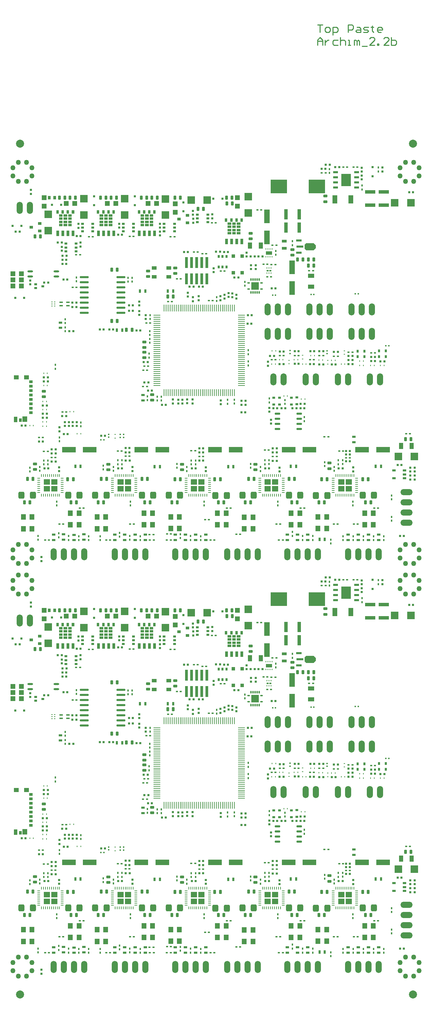
<source format=gtp>
G04*
G04 #@! TF.GenerationSoftware,Altium Limited,Altium Designer,19.1.5 (86)*
G04*
G04 Layer_Color=8421504*
%FSLAX25Y25*%
%MOIN*%
G70*
G01*
G75*
G04:AMPARAMS|DCode=11|XSize=78.74mil|YSize=78.74mil|CornerRadius=39.37mil|HoleSize=0mil|Usage=FLASHONLY|Rotation=90.000|XOffset=0mil|YOffset=0mil|HoleType=Round|Shape=RoundedRectangle|*
%AMROUNDEDRECTD11*
21,1,0.07874,0.00000,0,0,90.0*
21,1,0.00000,0.07874,0,0,90.0*
1,1,0.07874,0.00000,0.00000*
1,1,0.07874,0.00000,0.00000*
1,1,0.07874,0.00000,0.00000*
1,1,0.07874,0.00000,0.00000*
%
%ADD11ROUNDEDRECTD11*%
%ADD12C,0.01000*%
%ADD158C,0.05000*%
%ADD187O,0.05900X0.11900*%
%ADD188R,0.06181X0.05276*%
%ADD189O,0.11900X0.05900*%
%ADD190R,0.02359X0.01181*%
%ADD191R,0.01201X0.01024*%
%ADD192R,0.03737X0.02556*%
%ADD193R,0.04524X0.03934*%
%ADD194R,0.04524X0.04328*%
%ADD195R,0.04524X0.05509*%
%ADD196R,0.02531X0.03737*%
%ADD197R,0.03343X0.05312*%
%ADD198R,0.07700X0.07700*%
%ADD199R,0.02438X0.03265*%
G04:AMPARAMS|DCode=200|XSize=20mil|YSize=22mil|CornerRadius=3.4mil|HoleSize=0mil|Usage=FLASHONLY|Rotation=180.000|XOffset=0mil|YOffset=0mil|HoleType=Round|Shape=RoundedRectangle|*
%AMROUNDEDRECTD200*
21,1,0.02000,0.01520,0,0,180.0*
21,1,0.01320,0.02200,0,0,180.0*
1,1,0.00680,-0.00660,0.00760*
1,1,0.00680,0.00660,0.00760*
1,1,0.00680,0.00660,-0.00760*
1,1,0.00680,-0.00660,-0.00760*
%
%ADD200ROUNDEDRECTD200*%
%ADD201O,0.05706X0.02162*%
%ADD202R,0.02753X0.10824*%
%ADD203R,0.01002X0.01475*%
%ADD204O,0.06987X0.00881*%
%ADD205O,0.00881X0.06987*%
%ADD206R,0.04524X0.03343*%
%ADD207O,0.08855X0.02162*%
%ADD208R,0.02700X0.03700*%
%ADD209R,0.04600X0.04600*%
%ADD210R,0.04600X0.04600*%
%ADD211R,0.01965X0.01769*%
%ADD212R,0.04131X0.06493*%
G04:AMPARAMS|DCode=213|XSize=27.13mil|YSize=37.37mil|CornerRadius=4.83mil|HoleSize=0mil|Usage=FLASHONLY|Rotation=90.000|XOffset=0mil|YOffset=0mil|HoleType=Round|Shape=RoundedRectangle|*
%AMROUNDEDRECTD213*
21,1,0.02713,0.02772,0,0,90.0*
21,1,0.01748,0.03737,0,0,90.0*
1,1,0.00965,0.01386,0.00874*
1,1,0.00965,0.01386,-0.00874*
1,1,0.00965,-0.01386,-0.00874*
1,1,0.00965,-0.01386,0.00874*
%
%ADD213ROUNDEDRECTD213*%
%ADD214R,0.02162X0.03147*%
%ADD215R,0.03400X0.03000*%
%ADD216R,0.03737X0.03343*%
%ADD217R,0.03443X0.01475*%
%ADD218R,0.01180X0.00963*%
%ADD219R,0.02200X0.02200*%
%ADD220R,0.07800X0.07800*%
%ADD221O,0.03050X0.01002*%
%ADD222O,0.01002X0.03050*%
G04:AMPARAMS|DCode=223|XSize=27.13mil|YSize=37.37mil|CornerRadius=4.83mil|HoleSize=0mil|Usage=FLASHONLY|Rotation=0.000|XOffset=0mil|YOffset=0mil|HoleType=Round|Shape=RoundedRectangle|*
%AMROUNDEDRECTD223*
21,1,0.02713,0.02772,0,0,0.0*
21,1,0.01748,0.03737,0,0,0.0*
1,1,0.00965,0.00874,-0.01386*
1,1,0.00965,-0.00874,-0.01386*
1,1,0.00965,-0.00874,0.01386*
1,1,0.00965,0.00874,0.01386*
%
%ADD223ROUNDEDRECTD223*%
%ADD224R,0.13186X0.05312*%
%ADD225R,0.02162X0.02950*%
G04:AMPARAMS|DCode=226|XSize=61mil|YSize=69mil|CornerRadius=14.75mil|HoleSize=0mil|Usage=FLASHONLY|Rotation=0.000|XOffset=0mil|YOffset=0mil|HoleType=Round|Shape=RoundedRectangle|*
%AMROUNDEDRECTD226*
21,1,0.06100,0.03950,0,0,0.0*
21,1,0.03150,0.06900,0,0,0.0*
1,1,0.02950,0.01575,-0.01975*
1,1,0.02950,-0.01575,-0.01975*
1,1,0.02950,-0.01575,0.01975*
1,1,0.02950,0.01575,0.01975*
%
%ADD226ROUNDEDRECTD226*%
%ADD227O,0.00884X0.03247*%
%ADD228O,0.03247X0.00884*%
%ADD229R,0.02950X0.01965*%
%ADD230O,0.05509X0.01965*%
%ADD231R,0.03265X0.02438*%
%ADD232R,0.04918X0.05312*%
%ADD233R,0.10430X0.03540*%
%ADD234R,0.04800X0.08100*%
%ADD235R,0.15942X0.13580*%
%ADD236R,0.04721X0.01965*%
%ADD237R,0.09249X0.12005*%
%ADD238R,0.04721X0.02950*%
%ADD239R,0.05312X0.02162*%
%ADD240R,0.06887X0.02162*%
%ADD241R,0.06099X0.03343*%
%ADD242R,0.00784X0.01769*%
%ADD243R,0.00984X0.01378*%
G04:AMPARAMS|DCode=244|XSize=20mil|YSize=22mil|CornerRadius=3.4mil|HoleSize=0mil|Usage=FLASHONLY|Rotation=270.000|XOffset=0mil|YOffset=0mil|HoleType=Round|Shape=RoundedRectangle|*
%AMROUNDEDRECTD244*
21,1,0.02000,0.01520,0,0,270.0*
21,1,0.01320,0.02200,0,0,270.0*
1,1,0.00680,-0.00760,-0.00660*
1,1,0.00680,-0.00760,0.00660*
1,1,0.00680,0.00760,0.00660*
1,1,0.00680,0.00760,-0.00660*
%
%ADD244ROUNDEDRECTD244*%
%ADD245R,0.03737X0.01965*%
%ADD246R,0.05312X0.13186*%
%ADD247R,0.02600X0.05400*%
%ADD248R,0.01454X0.01454*%
%ADD249R,0.01378X0.00984*%
%ADD250R,0.01769X0.01965*%
%ADD251R,0.01454X0.01454*%
%ADD252R,0.03540X0.10430*%
%ADD253R,0.02950X0.02162*%
%ADD254R,0.02200X0.02200*%
%ADD255R,0.03147X0.02162*%
%ADD256R,0.06493X0.04131*%
%ADD257R,0.07700X0.07700*%
G36*
X171155Y779277D02*
X168793D01*
Y782821D01*
X171155D01*
Y779277D01*
D02*
G37*
G36*
X166037D02*
X163675D01*
Y782821D01*
X166037D01*
Y779277D01*
D02*
G37*
G36*
X161017D02*
X158655D01*
Y782821D01*
X161017D01*
Y779277D01*
D02*
G37*
G36*
X155899D02*
X153537D01*
Y782821D01*
X155899D01*
Y779277D01*
D02*
G37*
G36*
X131055D02*
X128693D01*
Y782821D01*
X131055D01*
Y779277D01*
D02*
G37*
G36*
X125937D02*
X123575D01*
Y782821D01*
X125937D01*
Y779277D01*
D02*
G37*
G36*
X120917D02*
X118555D01*
Y782821D01*
X120917D01*
Y779277D01*
D02*
G37*
G36*
X115799D02*
X113437D01*
Y782821D01*
X115799D01*
Y779277D01*
D02*
G37*
G36*
X91205D02*
X88842D01*
Y782821D01*
X91205D01*
Y779277D01*
D02*
G37*
G36*
X86087D02*
X83724D01*
Y782821D01*
X86087D01*
Y779277D01*
D02*
G37*
G36*
X81067D02*
X78705D01*
Y782821D01*
X81067D01*
Y779277D01*
D02*
G37*
G36*
X75949D02*
X73587D01*
Y782821D01*
X75949D01*
Y779277D01*
D02*
G37*
G36*
X168793Y776325D02*
X165250D01*
Y778687D01*
X168793D01*
Y776325D01*
D02*
G37*
G36*
X164265D02*
X160722D01*
Y778687D01*
X164265D01*
Y776325D01*
D02*
G37*
G36*
X159738D02*
X156194D01*
Y778687D01*
X159738D01*
Y776325D01*
D02*
G37*
G36*
X128693D02*
X125150D01*
Y778687D01*
X128693D01*
Y776325D01*
D02*
G37*
G36*
X124165D02*
X120622D01*
Y778687D01*
X124165D01*
Y776325D01*
D02*
G37*
G36*
X119638D02*
X116095D01*
Y778687D01*
X119638D01*
Y776325D01*
D02*
G37*
G36*
X88842D02*
X85299D01*
Y778687D01*
X88842D01*
Y776325D01*
D02*
G37*
G36*
X84315D02*
X80772D01*
Y778687D01*
X84315D01*
Y776325D01*
D02*
G37*
G36*
X79787D02*
X76244D01*
Y778687D01*
X79787D01*
Y776325D01*
D02*
G37*
G36*
X168793Y773273D02*
X165250D01*
Y775636D01*
X168793D01*
Y773273D01*
D02*
G37*
G36*
X164265D02*
X160722D01*
Y775636D01*
X164265D01*
Y773273D01*
D02*
G37*
G36*
X159738D02*
X156194D01*
Y775636D01*
X159738D01*
Y773273D01*
D02*
G37*
G36*
X128693D02*
X125150D01*
Y775636D01*
X128693D01*
Y773273D01*
D02*
G37*
G36*
X124165D02*
X120622D01*
Y775636D01*
X124165D01*
Y773273D01*
D02*
G37*
G36*
X119638D02*
X116095D01*
Y775636D01*
X119638D01*
Y773273D01*
D02*
G37*
G36*
X88842D02*
X85299D01*
Y775636D01*
X88842D01*
Y773273D01*
D02*
G37*
G36*
X84315D02*
X80772D01*
Y775636D01*
X84315D01*
Y773273D01*
D02*
G37*
G36*
X79787D02*
X76244D01*
Y775636D01*
X79787D01*
Y773273D01*
D02*
G37*
G36*
X256705Y771277D02*
X254343D01*
Y774821D01*
X256705D01*
Y771277D01*
D02*
G37*
G36*
X251587D02*
X249224D01*
Y774821D01*
X251587D01*
Y771277D01*
D02*
G37*
G36*
X246567D02*
X244205D01*
Y774821D01*
X246567D01*
Y771277D01*
D02*
G37*
G36*
X241449D02*
X239087D01*
Y774821D01*
X241449D01*
Y771277D01*
D02*
G37*
G36*
X168793Y770124D02*
X165250D01*
Y772486D01*
X168793D01*
Y770124D01*
D02*
G37*
G36*
X164265D02*
X160722D01*
Y772486D01*
X164265D01*
Y770124D01*
D02*
G37*
G36*
X159738D02*
X156194D01*
Y772486D01*
X159738D01*
Y770124D01*
D02*
G37*
G36*
X128693D02*
X125150D01*
Y772486D01*
X128693D01*
Y770124D01*
D02*
G37*
G36*
X124165D02*
X120622D01*
Y772486D01*
X124165D01*
Y770124D01*
D02*
G37*
G36*
X119638D02*
X116095D01*
Y772486D01*
X119638D01*
Y770124D01*
D02*
G37*
G36*
X88842D02*
X85299D01*
Y772486D01*
X88842D01*
Y770124D01*
D02*
G37*
G36*
X84315D02*
X80772D01*
Y772486D01*
X84315D01*
Y770124D01*
D02*
G37*
G36*
X79787D02*
X76244D01*
Y772486D01*
X79787D01*
Y770124D01*
D02*
G37*
G36*
X254343Y768325D02*
X250799D01*
Y770687D01*
X254343D01*
Y768325D01*
D02*
G37*
G36*
X249815D02*
X246272D01*
Y770687D01*
X249815D01*
Y768325D01*
D02*
G37*
G36*
X245287D02*
X241744D01*
Y770687D01*
X245287D01*
Y768325D01*
D02*
G37*
G36*
X168793Y767073D02*
X165250D01*
Y769435D01*
X168793D01*
Y767073D01*
D02*
G37*
G36*
X164265D02*
X160722D01*
Y769435D01*
X164265D01*
Y767073D01*
D02*
G37*
G36*
X159738D02*
X156194D01*
Y769435D01*
X159738D01*
Y767073D01*
D02*
G37*
G36*
X128693D02*
X125150D01*
Y769435D01*
X128693D01*
Y767073D01*
D02*
G37*
G36*
X124165D02*
X120622D01*
Y769435D01*
X124165D01*
Y767073D01*
D02*
G37*
G36*
X119638D02*
X116095D01*
Y769435D01*
X119638D01*
Y767073D01*
D02*
G37*
G36*
X88842D02*
X85299D01*
Y769435D01*
X88842D01*
Y767073D01*
D02*
G37*
G36*
X84315D02*
X80772D01*
Y769435D01*
X84315D01*
Y767073D01*
D02*
G37*
G36*
X79787D02*
X76244D01*
Y769435D01*
X79787D01*
Y767073D01*
D02*
G37*
G36*
X254343Y765273D02*
X250799D01*
Y767636D01*
X254343D01*
Y765273D01*
D02*
G37*
G36*
X249815D02*
X246272D01*
Y767636D01*
X249815D01*
Y765273D01*
D02*
G37*
G36*
X245287D02*
X241744D01*
Y767636D01*
X245287D01*
Y765273D01*
D02*
G37*
G36*
X254343Y762124D02*
X250799D01*
Y764486D01*
X254343D01*
Y762124D01*
D02*
G37*
G36*
X249815D02*
X246272D01*
Y764486D01*
X249815D01*
Y762124D01*
D02*
G37*
G36*
X245287D02*
X241744D01*
Y764486D01*
X245287D01*
Y762124D01*
D02*
G37*
G36*
X254343Y759073D02*
X250799D01*
Y761435D01*
X254343D01*
Y759073D01*
D02*
G37*
G36*
X249815D02*
X246272D01*
Y761435D01*
X249815D01*
Y759073D01*
D02*
G37*
G36*
X245287D02*
X241744D01*
Y761435D01*
X245287D01*
Y759073D01*
D02*
G37*
G36*
X328446Y748227D02*
X328447Y745828D01*
X326146Y743528D01*
X318647Y743528D01*
X317247Y744928D01*
X317246Y749127D01*
X318646Y750527D01*
X326147Y750528D01*
X328446Y748227D01*
D02*
G37*
G36*
X171155Y374277D02*
X168793D01*
Y377821D01*
X171155D01*
Y374277D01*
D02*
G37*
G36*
X166037D02*
X163675D01*
Y377821D01*
X166037D01*
Y374277D01*
D02*
G37*
G36*
X161017D02*
X158655D01*
Y377821D01*
X161017D01*
Y374277D01*
D02*
G37*
G36*
X155899D02*
X153537D01*
Y377821D01*
X155899D01*
Y374277D01*
D02*
G37*
G36*
X131055D02*
X128693D01*
Y377821D01*
X131055D01*
Y374277D01*
D02*
G37*
G36*
X125937D02*
X123575D01*
Y377821D01*
X125937D01*
Y374277D01*
D02*
G37*
G36*
X120917D02*
X118555D01*
Y377821D01*
X120917D01*
Y374277D01*
D02*
G37*
G36*
X115799D02*
X113437D01*
Y377821D01*
X115799D01*
Y374277D01*
D02*
G37*
G36*
X91205D02*
X88842D01*
Y377821D01*
X91205D01*
Y374277D01*
D02*
G37*
G36*
X86087D02*
X83724D01*
Y377821D01*
X86087D01*
Y374277D01*
D02*
G37*
G36*
X81067D02*
X78705D01*
Y377821D01*
X81067D01*
Y374277D01*
D02*
G37*
G36*
X75949D02*
X73587D01*
Y377821D01*
X75949D01*
Y374277D01*
D02*
G37*
G36*
X168793Y371324D02*
X165250D01*
Y373687D01*
X168793D01*
Y371324D01*
D02*
G37*
G36*
X164265D02*
X160722D01*
Y373687D01*
X164265D01*
Y371324D01*
D02*
G37*
G36*
X159738D02*
X156194D01*
Y373687D01*
X159738D01*
Y371324D01*
D02*
G37*
G36*
X128693D02*
X125150D01*
Y373687D01*
X128693D01*
Y371324D01*
D02*
G37*
G36*
X124165D02*
X120622D01*
Y373687D01*
X124165D01*
Y371324D01*
D02*
G37*
G36*
X119638D02*
X116095D01*
Y373687D01*
X119638D01*
Y371324D01*
D02*
G37*
G36*
X88842D02*
X85299D01*
Y373687D01*
X88842D01*
Y371324D01*
D02*
G37*
G36*
X84315D02*
X80772D01*
Y373687D01*
X84315D01*
Y371324D01*
D02*
G37*
G36*
X79787D02*
X76244D01*
Y373687D01*
X79787D01*
Y371324D01*
D02*
G37*
G36*
X168793Y368273D02*
X165250D01*
Y370636D01*
X168793D01*
Y368273D01*
D02*
G37*
G36*
X164265D02*
X160722D01*
Y370636D01*
X164265D01*
Y368273D01*
D02*
G37*
G36*
X159738D02*
X156194D01*
Y370636D01*
X159738D01*
Y368273D01*
D02*
G37*
G36*
X128693D02*
X125150D01*
Y370636D01*
X128693D01*
Y368273D01*
D02*
G37*
G36*
X124165D02*
X120622D01*
Y370636D01*
X124165D01*
Y368273D01*
D02*
G37*
G36*
X119638D02*
X116095D01*
Y370636D01*
X119638D01*
Y368273D01*
D02*
G37*
G36*
X88842D02*
X85299D01*
Y370636D01*
X88842D01*
Y368273D01*
D02*
G37*
G36*
X84315D02*
X80772D01*
Y370636D01*
X84315D01*
Y368273D01*
D02*
G37*
G36*
X79787D02*
X76244D01*
Y370636D01*
X79787D01*
Y368273D01*
D02*
G37*
G36*
X256705Y366277D02*
X254343D01*
Y369821D01*
X256705D01*
Y366277D01*
D02*
G37*
G36*
X251587D02*
X249224D01*
Y369821D01*
X251587D01*
Y366277D01*
D02*
G37*
G36*
X246567D02*
X244205D01*
Y369821D01*
X246567D01*
Y366277D01*
D02*
G37*
G36*
X241449D02*
X239087D01*
Y369821D01*
X241449D01*
Y366277D01*
D02*
G37*
G36*
X168793Y365124D02*
X165250D01*
Y367486D01*
X168793D01*
Y365124D01*
D02*
G37*
G36*
X164265D02*
X160722D01*
Y367486D01*
X164265D01*
Y365124D01*
D02*
G37*
G36*
X159738D02*
X156194D01*
Y367486D01*
X159738D01*
Y365124D01*
D02*
G37*
G36*
X128693D02*
X125150D01*
Y367486D01*
X128693D01*
Y365124D01*
D02*
G37*
G36*
X124165D02*
X120622D01*
Y367486D01*
X124165D01*
Y365124D01*
D02*
G37*
G36*
X119638D02*
X116095D01*
Y367486D01*
X119638D01*
Y365124D01*
D02*
G37*
G36*
X88842D02*
X85299D01*
Y367486D01*
X88842D01*
Y365124D01*
D02*
G37*
G36*
X84315D02*
X80772D01*
Y367486D01*
X84315D01*
Y365124D01*
D02*
G37*
G36*
X79787D02*
X76244D01*
Y367486D01*
X79787D01*
Y365124D01*
D02*
G37*
G36*
X254343Y363324D02*
X250799D01*
Y365687D01*
X254343D01*
Y363324D01*
D02*
G37*
G36*
X249815D02*
X246272D01*
Y365687D01*
X249815D01*
Y363324D01*
D02*
G37*
G36*
X245287D02*
X241744D01*
Y365687D01*
X245287D01*
Y363324D01*
D02*
G37*
G36*
X168793Y362073D02*
X165250D01*
Y364435D01*
X168793D01*
Y362073D01*
D02*
G37*
G36*
X164265D02*
X160722D01*
Y364435D01*
X164265D01*
Y362073D01*
D02*
G37*
G36*
X159738D02*
X156194D01*
Y364435D01*
X159738D01*
Y362073D01*
D02*
G37*
G36*
X128693D02*
X125150D01*
Y364435D01*
X128693D01*
Y362073D01*
D02*
G37*
G36*
X124165D02*
X120622D01*
Y364435D01*
X124165D01*
Y362073D01*
D02*
G37*
G36*
X119638D02*
X116095D01*
Y364435D01*
X119638D01*
Y362073D01*
D02*
G37*
G36*
X88842D02*
X85299D01*
Y364435D01*
X88842D01*
Y362073D01*
D02*
G37*
G36*
X84315D02*
X80772D01*
Y364435D01*
X84315D01*
Y362073D01*
D02*
G37*
G36*
X79787D02*
X76244D01*
Y364435D01*
X79787D01*
Y362073D01*
D02*
G37*
G36*
X254343Y360273D02*
X250799D01*
Y362636D01*
X254343D01*
Y360273D01*
D02*
G37*
G36*
X249815D02*
X246272D01*
Y362636D01*
X249815D01*
Y360273D01*
D02*
G37*
G36*
X245287D02*
X241744D01*
Y362636D01*
X245287D01*
Y360273D01*
D02*
G37*
G36*
X254343Y357124D02*
X250799D01*
Y359486D01*
X254343D01*
Y357124D01*
D02*
G37*
G36*
X249815D02*
X246272D01*
Y359486D01*
X249815D01*
Y357124D01*
D02*
G37*
G36*
X245287D02*
X241744D01*
Y359486D01*
X245287D01*
Y357124D01*
D02*
G37*
G36*
X254343Y354073D02*
X250799D01*
Y356435D01*
X254343D01*
Y354073D01*
D02*
G37*
G36*
X249815D02*
X246272D01*
Y356435D01*
X249815D01*
Y354073D01*
D02*
G37*
G36*
X245287D02*
X241744D01*
Y356435D01*
X245287D01*
Y354073D01*
D02*
G37*
G36*
X328446Y343227D02*
X328447Y340828D01*
X326146Y338527D01*
X318647Y338528D01*
X317247Y339928D01*
X317246Y344127D01*
X318646Y345527D01*
X326147Y345528D01*
X328446Y343227D01*
D02*
G37*
G54D11*
X37894Y12894D02*
D03*
X423780Y13189D02*
D03*
Y847974D02*
D03*
X37894D02*
D03*
G54D12*
X329869Y964837D02*
X334868D01*
X332369D01*
Y957340D01*
X338617D02*
X341116D01*
X342365Y958589D01*
Y961089D01*
X341116Y962338D01*
X338617D01*
X337367Y961089D01*
Y958589D01*
X338617Y957340D01*
X344865Y954841D02*
Y962338D01*
X348613D01*
X349863Y961089D01*
Y958589D01*
X348613Y957340D01*
X344865D01*
X359860D02*
Y964837D01*
X363609D01*
X364858Y963588D01*
Y961089D01*
X363609Y959839D01*
X359860D01*
X368607Y962338D02*
X371106D01*
X372356Y961089D01*
Y957340D01*
X368607D01*
X367357Y958589D01*
X368607Y959839D01*
X372356D01*
X374855Y957340D02*
X378604D01*
X379853Y958589D01*
X378604Y959839D01*
X376104D01*
X374855Y961089D01*
X376104Y962338D01*
X379853D01*
X383602Y963588D02*
Y962338D01*
X382352D01*
X384852D01*
X383602D01*
Y958589D01*
X384852Y957340D01*
X392349D02*
X389850D01*
X388600Y958589D01*
Y961089D01*
X389850Y962338D01*
X392349D01*
X393599Y961089D01*
Y959839D01*
X388600D01*
X329869Y944840D02*
Y949838D01*
X332369Y952337D01*
X334868Y949838D01*
Y944840D01*
Y948589D01*
X329869D01*
X337367Y949838D02*
Y944840D01*
Y947339D01*
X338617Y948589D01*
X339866Y949838D01*
X341116D01*
X349863D02*
X346114D01*
X344865Y948589D01*
Y946089D01*
X346114Y944840D01*
X349863D01*
X352362Y952337D02*
Y944840D01*
Y948589D01*
X353612Y949838D01*
X356111D01*
X357361Y948589D01*
Y944840D01*
X359860D02*
X362359D01*
X361109D01*
Y949838D01*
X359860D01*
X366108Y944840D02*
Y949838D01*
X367357D01*
X368607Y948589D01*
Y944840D01*
Y948589D01*
X369857Y949838D01*
X371106Y948589D01*
Y944840D01*
X373605Y943590D02*
X378604D01*
X386101Y944840D02*
X381103D01*
X386101Y949838D01*
Y951088D01*
X384852Y952337D01*
X382352D01*
X381103Y951088D01*
X388600Y944840D02*
Y946089D01*
X389850D01*
Y944840D01*
X388600D01*
X399847D02*
X394848D01*
X399847Y949838D01*
Y951088D01*
X398597Y952337D01*
X396098D01*
X394848Y951088D01*
X402346Y952337D02*
Y944840D01*
X406095D01*
X407344Y946089D01*
Y947339D01*
Y948589D01*
X406095Y949838D01*
X402346D01*
G54D158*
X429843Y36457D02*
D03*
Y44331D02*
D03*
X424331Y49843D02*
D03*
X416457D02*
D03*
X410945Y44331D02*
D03*
Y36457D02*
D03*
X416457Y30945D02*
D03*
X424331D02*
D03*
X49843Y36457D02*
D03*
Y44331D02*
D03*
X44331Y49843D02*
D03*
X36457D02*
D03*
X30945Y44331D02*
D03*
Y36457D02*
D03*
X36457Y30945D02*
D03*
X44331D02*
D03*
X49843Y411457D02*
D03*
Y419331D02*
D03*
X44331Y424843D02*
D03*
X36457D02*
D03*
X30945Y419331D02*
D03*
Y411457D02*
D03*
X36457Y405945D02*
D03*
X44331D02*
D03*
X429843Y411457D02*
D03*
Y419331D02*
D03*
X424331Y424843D02*
D03*
X416457D02*
D03*
X410945Y419331D02*
D03*
Y411457D02*
D03*
X416457Y405945D02*
D03*
X424331D02*
D03*
X429843Y441457D02*
D03*
Y449331D02*
D03*
X424331Y454843D02*
D03*
X416457D02*
D03*
X410945Y449331D02*
D03*
Y441457D02*
D03*
X416457Y435945D02*
D03*
X424331D02*
D03*
X49843Y441457D02*
D03*
Y449331D02*
D03*
X44331Y454843D02*
D03*
X36457D02*
D03*
X30945Y449331D02*
D03*
Y441457D02*
D03*
X36457Y435945D02*
D03*
X44331D02*
D03*
X49843Y816457D02*
D03*
Y824331D02*
D03*
X44331Y829842D02*
D03*
X36457D02*
D03*
X30945Y824331D02*
D03*
Y816457D02*
D03*
X36457Y810945D02*
D03*
X44331D02*
D03*
X429843Y816457D02*
D03*
Y824331D02*
D03*
X424331Y829842D02*
D03*
X416457D02*
D03*
X410945Y824331D02*
D03*
Y816457D02*
D03*
X416457Y810945D02*
D03*
X424331D02*
D03*
G54D187*
X301094Y256294D02*
D03*
X281094D02*
D03*
X291094D02*
D03*
X328394Y211694D02*
D03*
X318394D02*
D03*
X359894Y39894D02*
D03*
X369894D02*
D03*
X389894D02*
D03*
X379894D02*
D03*
X47794Y379894D02*
D03*
X37794D02*
D03*
X383194Y256294D02*
D03*
X363194D02*
D03*
X373194D02*
D03*
X342144D02*
D03*
X322144D02*
D03*
X332144D02*
D03*
X363194Y280294D02*
D03*
X383194D02*
D03*
X373194D02*
D03*
X322144D02*
D03*
X342144D02*
D03*
X332144D02*
D03*
X281094D02*
D03*
X301094D02*
D03*
X291094D02*
D03*
X391194Y211694D02*
D03*
X381194D02*
D03*
X359894D02*
D03*
X349894D02*
D03*
X296694D02*
D03*
X286694D02*
D03*
X300394Y39894D02*
D03*
X310394D02*
D03*
X330394D02*
D03*
X320394D02*
D03*
X241394D02*
D03*
X251394D02*
D03*
X271394D02*
D03*
X261394D02*
D03*
X190394D02*
D03*
X200394D02*
D03*
X220394D02*
D03*
X210394D02*
D03*
X130894D02*
D03*
X140894D02*
D03*
X160894D02*
D03*
X150894D02*
D03*
X70894D02*
D03*
X80894D02*
D03*
X100894D02*
D03*
X90894D02*
D03*
X301094Y661294D02*
D03*
X281094D02*
D03*
X291094D02*
D03*
X328394Y616694D02*
D03*
X318394D02*
D03*
X359894Y444894D02*
D03*
X369894D02*
D03*
X389894D02*
D03*
X379894D02*
D03*
X47794Y784894D02*
D03*
X37794D02*
D03*
X383194Y661294D02*
D03*
X363194D02*
D03*
X373194D02*
D03*
X342144D02*
D03*
X322144D02*
D03*
X332144D02*
D03*
X363194Y685294D02*
D03*
X383194D02*
D03*
X373194D02*
D03*
X322144D02*
D03*
X342144D02*
D03*
X332144D02*
D03*
X281094D02*
D03*
X301094D02*
D03*
X291094D02*
D03*
X391194Y616694D02*
D03*
X381194D02*
D03*
X359894D02*
D03*
X349894D02*
D03*
X296694D02*
D03*
X286694D02*
D03*
X300394Y444894D02*
D03*
X310394D02*
D03*
X330394D02*
D03*
X320394D02*
D03*
X241394D02*
D03*
X251394D02*
D03*
X271394D02*
D03*
X261394D02*
D03*
X190394D02*
D03*
X200394D02*
D03*
X220394D02*
D03*
X210394D02*
D03*
X130894D02*
D03*
X140894D02*
D03*
X160894D02*
D03*
X150894D02*
D03*
X70894D02*
D03*
X80894D02*
D03*
X100894D02*
D03*
X90894D02*
D03*
G54D188*
X216151Y110886D02*
D03*
X208784Y104429D02*
D03*
X208782Y110887D02*
D03*
X216150Y104425D02*
D03*
X71662Y110886D02*
D03*
X64296Y104429D02*
D03*
X64294Y110887D02*
D03*
X71662Y104425D02*
D03*
X288394D02*
D03*
X281026Y110887D02*
D03*
X281028Y104429D02*
D03*
X288395Y110886D02*
D03*
X360639D02*
D03*
X353272Y104429D02*
D03*
X353270Y110887D02*
D03*
X360638Y104425D02*
D03*
X143906D02*
D03*
X136538Y110887D02*
D03*
X136540Y104429D02*
D03*
X143907Y110886D02*
D03*
X216151Y515886D02*
D03*
X208784Y509429D02*
D03*
X208782Y515887D02*
D03*
X216150Y509425D02*
D03*
X71662Y515886D02*
D03*
X64296Y509429D02*
D03*
X64294Y515887D02*
D03*
X71662Y509425D02*
D03*
X288394D02*
D03*
X281026Y515887D02*
D03*
X281028Y509429D02*
D03*
X288395Y515886D02*
D03*
X360639D02*
D03*
X353272Y509429D02*
D03*
X353270Y515887D02*
D03*
X360638Y509425D02*
D03*
X143906D02*
D03*
X136538Y515887D02*
D03*
X136540Y509429D02*
D03*
X143907Y515886D02*
D03*
G54D189*
X417194Y70894D02*
D03*
Y80894D02*
D03*
Y100894D02*
D03*
Y90894D02*
D03*
Y475894D02*
D03*
Y485894D02*
D03*
Y505894D02*
D03*
Y495894D02*
D03*
G54D190*
X281079Y318454D02*
D03*
X283838D02*
D03*
X281079Y723454D02*
D03*
X283838D02*
D03*
G54D191*
X72020Y287643D02*
D03*
X72021Y285675D02*
D03*
Y283706D02*
D03*
X69365Y283706D02*
D03*
Y285675D02*
D03*
X69365Y287643D02*
D03*
X72020Y692643D02*
D03*
X72021Y690675D02*
D03*
Y688706D02*
D03*
X69365Y688706D02*
D03*
Y690675D02*
D03*
X69365Y692643D02*
D03*
G54D192*
X48583Y209351D02*
D03*
Y205020D02*
D03*
Y200690D02*
D03*
Y196359D02*
D03*
Y192028D02*
D03*
Y187698D02*
D03*
Y183367D02*
D03*
Y179036D02*
D03*
Y614351D02*
D03*
Y610020D02*
D03*
Y605690D02*
D03*
Y601359D02*
D03*
Y597028D02*
D03*
Y592698D02*
D03*
Y588367D02*
D03*
Y584036D02*
D03*
G54D193*
X44450Y213780D02*
D03*
Y618780D02*
D03*
G54D194*
X34253Y213583D02*
D03*
Y618583D02*
D03*
G54D195*
X42717Y172639D02*
D03*
Y577639D02*
D03*
G54D196*
X38190Y171753D02*
D03*
Y576753D02*
D03*
G54D197*
X33662Y172540D02*
D03*
Y577540D02*
D03*
G54D198*
X421530Y384941D02*
D03*
X405756D02*
D03*
X205894Y387842D02*
D03*
X221668D02*
D03*
X424994Y136042D02*
D03*
X409220D02*
D03*
X421530Y789941D02*
D03*
X405756D02*
D03*
X205894Y792842D02*
D03*
X221668D02*
D03*
X424994Y541042D02*
D03*
X409220D02*
D03*
G54D199*
X303780Y126279D02*
D03*
X309016D02*
D03*
X392185Y126279D02*
D03*
X386949D02*
D03*
X170118Y126181D02*
D03*
X175354D02*
D03*
X92264Y126279D02*
D03*
X97500D02*
D03*
X188212Y298494D02*
D03*
X182976D02*
D03*
X331929Y54724D02*
D03*
X337165D02*
D03*
X160999Y298487D02*
D03*
X155762D02*
D03*
X242264Y126181D02*
D03*
X247500D02*
D03*
X138236Y260000D02*
D03*
X132999D02*
D03*
X303780Y531280D02*
D03*
X309016D02*
D03*
X392185Y531280D02*
D03*
X386949D02*
D03*
X170118Y531181D02*
D03*
X175354D02*
D03*
X92264Y531280D02*
D03*
X97500D02*
D03*
X188212Y703494D02*
D03*
X182976D02*
D03*
X331929Y459724D02*
D03*
X337165D02*
D03*
X160999Y703487D02*
D03*
X155762D02*
D03*
X242264Y531181D02*
D03*
X247500D02*
D03*
X138236Y665000D02*
D03*
X132999D02*
D03*
G54D200*
X410894Y58194D02*
D03*
X414683D02*
D03*
X90211Y259169D02*
D03*
X86421D02*
D03*
X60365Y150689D02*
D03*
X56575D02*
D03*
X230504Y337042D02*
D03*
X234294D02*
D03*
X307532Y239282D02*
D03*
X311322D02*
D03*
X138039Y353760D02*
D03*
X134250D02*
D03*
X349929Y238610D02*
D03*
X346140D02*
D03*
X198887Y336614D02*
D03*
X202677D02*
D03*
X121366Y156535D02*
D03*
X117576D02*
D03*
X177232Y186654D02*
D03*
X181022D02*
D03*
X412394Y127742D02*
D03*
X408604D02*
D03*
X37547Y356713D02*
D03*
X33757D02*
D03*
X423642Y395457D02*
D03*
X419852D02*
D03*
X351248Y420079D02*
D03*
X347458D02*
D03*
X272104Y332242D02*
D03*
X275894D02*
D03*
X163885Y208592D02*
D03*
X160095D02*
D03*
X361841Y131398D02*
D03*
X358051D02*
D03*
X79498Y175591D02*
D03*
X83287D02*
D03*
X265394Y274794D02*
D03*
X261604D02*
D03*
X163194Y228642D02*
D03*
X159404D02*
D03*
X116194Y260794D02*
D03*
X119983D02*
D03*
X129394D02*
D03*
X125604D02*
D03*
X261218Y266260D02*
D03*
X265008D02*
D03*
X361841Y138091D02*
D03*
X358051D02*
D03*
X317156Y183465D02*
D03*
X313366D02*
D03*
X255409Y186819D02*
D03*
X259198D02*
D03*
X259207Y190793D02*
D03*
X255418D02*
D03*
X255389Y179340D02*
D03*
X259178D02*
D03*
X298455Y183465D02*
D03*
X294665D02*
D03*
X248494Y311794D02*
D03*
X252284D02*
D03*
X163698Y200807D02*
D03*
X167488D02*
D03*
X61394Y213842D02*
D03*
X65184D02*
D03*
X61394Y209742D02*
D03*
X65184D02*
D03*
X60495Y186142D02*
D03*
X64284D02*
D03*
X64294Y173942D02*
D03*
X60504D02*
D03*
X64294Y177942D02*
D03*
X60504D02*
D03*
X322989Y239253D02*
D03*
X326779D02*
D03*
X79708Y324988D02*
D03*
X83498D02*
D03*
X79709Y329094D02*
D03*
X83499D02*
D03*
X93597Y352486D02*
D03*
X97387D02*
D03*
X83526Y333084D02*
D03*
X79737D02*
D03*
X89494Y282694D02*
D03*
X93283D02*
D03*
X89494Y287094D02*
D03*
X93283D02*
D03*
X144994Y284394D02*
D03*
X148784D02*
D03*
X144894Y278894D02*
D03*
X148684D02*
D03*
X155994Y259694D02*
D03*
X152204D02*
D03*
X284994Y300942D02*
D03*
X288784D02*
D03*
X296620Y226575D02*
D03*
X292830D02*
D03*
X296641Y239153D02*
D03*
X292851D02*
D03*
X75094Y345994D02*
D03*
X78883D02*
D03*
X335530Y226439D02*
D03*
X331740D02*
D03*
X322635Y226791D02*
D03*
X326425D02*
D03*
X311310Y226908D02*
D03*
X307520D02*
D03*
X61994Y124342D02*
D03*
X65784D02*
D03*
X72894Y139042D02*
D03*
X69104D02*
D03*
X213894Y144142D02*
D03*
X217684D02*
D03*
X141694Y144242D02*
D03*
X145484D02*
D03*
X39663Y166260D02*
D03*
X43453D02*
D03*
X69094Y143142D02*
D03*
X72883D02*
D03*
X287235Y234842D02*
D03*
X283445D02*
D03*
X238294Y336842D02*
D03*
X242084D02*
D03*
X213694Y302694D02*
D03*
X217483D02*
D03*
X208294Y302594D02*
D03*
X204504D02*
D03*
X290483Y183465D02*
D03*
X286693D02*
D03*
X286094Y144142D02*
D03*
X289883D02*
D03*
X289894Y139942D02*
D03*
X286104D02*
D03*
X289894Y131742D02*
D03*
X286104D02*
D03*
X278594Y124542D02*
D03*
X282383D02*
D03*
X347820Y226442D02*
D03*
X344030D02*
D03*
X313454Y187598D02*
D03*
X317244D02*
D03*
X309282Y183465D02*
D03*
X305492D02*
D03*
X358041Y141437D02*
D03*
X361831D02*
D03*
X360411Y230728D02*
D03*
X364201D02*
D03*
X364231Y234567D02*
D03*
X360441D02*
D03*
X360431Y226791D02*
D03*
X364220D02*
D03*
X382675Y229843D02*
D03*
X386465D02*
D03*
X386475Y233780D02*
D03*
X382685D02*
D03*
X391801Y229528D02*
D03*
X395591D02*
D03*
X350794Y124542D02*
D03*
X354584D02*
D03*
X72894Y131142D02*
D03*
X69104D02*
D03*
X145494Y140142D02*
D03*
X141704D02*
D03*
X145594Y132042D02*
D03*
X141804D02*
D03*
X134294Y124442D02*
D03*
X138084D02*
D03*
X217694Y140042D02*
D03*
X213904D02*
D03*
X217794Y131942D02*
D03*
X214004D02*
D03*
X206594Y124442D02*
D03*
X210384D02*
D03*
X84774Y158169D02*
D03*
X80984D02*
D03*
X65550Y306808D02*
D03*
X61760D02*
D03*
X80707Y309658D02*
D03*
X84497D02*
D03*
X335568Y239216D02*
D03*
X331778D02*
D03*
X341908Y422244D02*
D03*
X338118D02*
D03*
X337828Y418212D02*
D03*
X334038D02*
D03*
X264394Y332342D02*
D03*
X268183D02*
D03*
X410894Y463194D02*
D03*
X414683D02*
D03*
X90211Y664169D02*
D03*
X86421D02*
D03*
X60365Y555689D02*
D03*
X56575D02*
D03*
X230504Y742042D02*
D03*
X234294D02*
D03*
X307532Y644281D02*
D03*
X311322D02*
D03*
X138039Y758760D02*
D03*
X134250D02*
D03*
X349929Y643610D02*
D03*
X346140D02*
D03*
X198887Y741614D02*
D03*
X202677D02*
D03*
X121366Y561536D02*
D03*
X117576D02*
D03*
X177232Y591654D02*
D03*
X181022D02*
D03*
X412394Y532742D02*
D03*
X408604D02*
D03*
X37547Y761713D02*
D03*
X33757D02*
D03*
X423642Y800457D02*
D03*
X419852D02*
D03*
X351248Y825079D02*
D03*
X347458D02*
D03*
X272104Y737242D02*
D03*
X275894D02*
D03*
X163885Y613592D02*
D03*
X160095D02*
D03*
X361841Y536398D02*
D03*
X358051D02*
D03*
X79498Y580590D02*
D03*
X83287D02*
D03*
X265394Y679794D02*
D03*
X261604D02*
D03*
X163194Y633642D02*
D03*
X159404D02*
D03*
X116194Y665794D02*
D03*
X119983D02*
D03*
X129394D02*
D03*
X125604D02*
D03*
X261218Y671260D02*
D03*
X265008D02*
D03*
X361841Y543090D02*
D03*
X358051D02*
D03*
X317156Y588465D02*
D03*
X313366D02*
D03*
X255409Y591819D02*
D03*
X259198D02*
D03*
X259207Y595793D02*
D03*
X255418D02*
D03*
X255389Y584340D02*
D03*
X259178D02*
D03*
X298455Y588465D02*
D03*
X294665D02*
D03*
X248494Y716794D02*
D03*
X252284D02*
D03*
X163698Y605807D02*
D03*
X167488D02*
D03*
X61394Y618842D02*
D03*
X65184D02*
D03*
X61394Y614742D02*
D03*
X65184D02*
D03*
X60495Y591142D02*
D03*
X64284D02*
D03*
X64294Y578942D02*
D03*
X60504D02*
D03*
X64294Y582942D02*
D03*
X60504D02*
D03*
X322989Y644253D02*
D03*
X326779D02*
D03*
X79708Y729988D02*
D03*
X83498D02*
D03*
X79709Y734094D02*
D03*
X83499D02*
D03*
X93597Y757486D02*
D03*
X97387D02*
D03*
X83526Y738084D02*
D03*
X79737D02*
D03*
X89494Y687694D02*
D03*
X93283D02*
D03*
X89494Y692094D02*
D03*
X93283D02*
D03*
X144994Y689394D02*
D03*
X148784D02*
D03*
X144894Y683894D02*
D03*
X148684D02*
D03*
X155994Y664694D02*
D03*
X152204D02*
D03*
X284994Y705942D02*
D03*
X288784D02*
D03*
X296620Y631575D02*
D03*
X292830D02*
D03*
X296641Y644153D02*
D03*
X292851D02*
D03*
X75094Y750994D02*
D03*
X78883D02*
D03*
X335530Y631439D02*
D03*
X331740D02*
D03*
X322635Y631791D02*
D03*
X326425D02*
D03*
X311310Y631908D02*
D03*
X307520D02*
D03*
X61994Y529342D02*
D03*
X65784D02*
D03*
X72894Y544042D02*
D03*
X69104D02*
D03*
X213894Y549142D02*
D03*
X217684D02*
D03*
X141694Y549242D02*
D03*
X145484D02*
D03*
X39663Y571260D02*
D03*
X43453D02*
D03*
X69094Y548142D02*
D03*
X72883D02*
D03*
X287235Y639843D02*
D03*
X283445D02*
D03*
X238294Y741842D02*
D03*
X242084D02*
D03*
X213694Y707694D02*
D03*
X217483D02*
D03*
X208294Y707594D02*
D03*
X204504D02*
D03*
X290483Y588465D02*
D03*
X286693D02*
D03*
X286094Y549142D02*
D03*
X289883D02*
D03*
X289894Y544942D02*
D03*
X286104D02*
D03*
X289894Y536742D02*
D03*
X286104D02*
D03*
X278594Y529542D02*
D03*
X282383D02*
D03*
X347820Y631442D02*
D03*
X344030D02*
D03*
X313454Y592598D02*
D03*
X317244D02*
D03*
X309282Y588465D02*
D03*
X305492D02*
D03*
X358041Y546437D02*
D03*
X361831D02*
D03*
X360411Y635728D02*
D03*
X364201D02*
D03*
X364231Y639567D02*
D03*
X360441D02*
D03*
X360431Y631791D02*
D03*
X364220D02*
D03*
X382675Y634843D02*
D03*
X386465D02*
D03*
X386475Y638780D02*
D03*
X382685D02*
D03*
X391801Y634528D02*
D03*
X395591D02*
D03*
X350794Y529542D02*
D03*
X354584D02*
D03*
X72894Y536142D02*
D03*
X69104D02*
D03*
X145494Y545142D02*
D03*
X141704D02*
D03*
X145594Y537042D02*
D03*
X141804D02*
D03*
X134294Y529442D02*
D03*
X138084D02*
D03*
X217694Y545042D02*
D03*
X213904D02*
D03*
X217794Y536942D02*
D03*
X214004D02*
D03*
X206594Y529442D02*
D03*
X210384D02*
D03*
X84774Y563169D02*
D03*
X80984D02*
D03*
X65550Y711808D02*
D03*
X61760D02*
D03*
X80707Y714657D02*
D03*
X84497D02*
D03*
X335568Y644216D02*
D03*
X331778D02*
D03*
X341908Y827244D02*
D03*
X338118D02*
D03*
X337828Y823212D02*
D03*
X334038D02*
D03*
X264394Y737342D02*
D03*
X268183D02*
D03*
G54D201*
X312008Y163169D02*
D03*
Y168169D02*
D03*
Y173169D02*
D03*
Y178169D02*
D03*
X290748Y163169D02*
D03*
Y168169D02*
D03*
Y173169D02*
D03*
Y178169D02*
D03*
X312008Y568169D02*
D03*
Y573169D02*
D03*
Y578169D02*
D03*
Y583169D02*
D03*
X290748Y568169D02*
D03*
Y573169D02*
D03*
Y578169D02*
D03*
Y583169D02*
D03*
G54D202*
X201294Y310502D02*
D03*
Y326486D02*
D03*
X206294Y310502D02*
D03*
Y326486D02*
D03*
X211294Y310502D02*
D03*
Y326486D02*
D03*
X216294Y310502D02*
D03*
Y326486D02*
D03*
X221294Y310502D02*
D03*
Y326486D02*
D03*
X201294Y715502D02*
D03*
Y731486D02*
D03*
X206294Y715502D02*
D03*
Y731486D02*
D03*
X211294Y715502D02*
D03*
Y731486D02*
D03*
X216294Y715502D02*
D03*
Y731486D02*
D03*
X221294Y715502D02*
D03*
Y731486D02*
D03*
G54D203*
X280490Y315895D02*
D03*
X282458D02*
D03*
X284427D02*
D03*
Y321013D02*
D03*
X282458D02*
D03*
X280490D02*
D03*
Y720894D02*
D03*
X282458D02*
D03*
X284427D02*
D03*
Y726013D02*
D03*
X282458D02*
D03*
X280490D02*
D03*
G54D204*
X255429Y274553D02*
D03*
Y272584D02*
D03*
Y270616D02*
D03*
Y268647D02*
D03*
Y266679D02*
D03*
Y264710D02*
D03*
Y262742D02*
D03*
Y260773D02*
D03*
Y258805D02*
D03*
Y256836D02*
D03*
Y254868D02*
D03*
Y252899D02*
D03*
Y250931D02*
D03*
Y248962D02*
D03*
Y246994D02*
D03*
Y245025D02*
D03*
Y243057D02*
D03*
Y241088D02*
D03*
Y239120D02*
D03*
Y237151D02*
D03*
Y235183D02*
D03*
Y233214D02*
D03*
Y231246D02*
D03*
Y229277D02*
D03*
Y227309D02*
D03*
Y225340D02*
D03*
Y223372D02*
D03*
Y221403D02*
D03*
Y219435D02*
D03*
Y217466D02*
D03*
Y215498D02*
D03*
Y213529D02*
D03*
Y211561D02*
D03*
Y209592D02*
D03*
Y207624D02*
D03*
Y205655D02*
D03*
X172358D02*
D03*
Y207624D02*
D03*
Y209592D02*
D03*
Y211561D02*
D03*
Y213529D02*
D03*
Y215498D02*
D03*
Y217466D02*
D03*
Y219435D02*
D03*
Y221403D02*
D03*
Y223372D02*
D03*
Y225340D02*
D03*
Y227309D02*
D03*
Y229277D02*
D03*
Y231246D02*
D03*
Y233214D02*
D03*
Y235183D02*
D03*
Y237151D02*
D03*
Y239120D02*
D03*
Y241088D02*
D03*
Y243057D02*
D03*
Y245025D02*
D03*
Y246994D02*
D03*
Y248962D02*
D03*
Y250931D02*
D03*
Y252899D02*
D03*
Y254868D02*
D03*
Y256836D02*
D03*
Y258805D02*
D03*
Y260773D02*
D03*
Y262742D02*
D03*
Y264710D02*
D03*
Y266679D02*
D03*
Y268647D02*
D03*
Y270616D02*
D03*
Y272584D02*
D03*
Y274553D02*
D03*
X255429Y679553D02*
D03*
Y677584D02*
D03*
Y675616D02*
D03*
Y673647D02*
D03*
Y671679D02*
D03*
Y669710D02*
D03*
Y667742D02*
D03*
Y665773D02*
D03*
Y663805D02*
D03*
Y661836D02*
D03*
Y659868D02*
D03*
Y657899D02*
D03*
Y655931D02*
D03*
Y653962D02*
D03*
Y651994D02*
D03*
Y650025D02*
D03*
Y648057D02*
D03*
Y646088D02*
D03*
Y644120D02*
D03*
Y642151D02*
D03*
Y640183D02*
D03*
Y638214D02*
D03*
Y636246D02*
D03*
Y634277D02*
D03*
Y632309D02*
D03*
Y630340D02*
D03*
Y628372D02*
D03*
Y626403D02*
D03*
Y624435D02*
D03*
Y622466D02*
D03*
Y620498D02*
D03*
Y618529D02*
D03*
Y616561D02*
D03*
Y614592D02*
D03*
Y612624D02*
D03*
Y610655D02*
D03*
X172358D02*
D03*
Y612624D02*
D03*
Y614592D02*
D03*
Y616561D02*
D03*
Y618529D02*
D03*
Y620498D02*
D03*
Y622466D02*
D03*
Y624435D02*
D03*
Y626403D02*
D03*
Y628372D02*
D03*
Y630340D02*
D03*
Y632309D02*
D03*
Y634277D02*
D03*
Y636246D02*
D03*
Y638214D02*
D03*
Y640183D02*
D03*
Y642151D02*
D03*
Y644120D02*
D03*
Y646088D02*
D03*
Y648057D02*
D03*
Y650025D02*
D03*
Y651994D02*
D03*
Y653962D02*
D03*
Y655931D02*
D03*
Y657899D02*
D03*
Y659868D02*
D03*
Y661836D02*
D03*
Y663805D02*
D03*
Y665773D02*
D03*
Y667742D02*
D03*
Y669710D02*
D03*
Y671679D02*
D03*
Y673647D02*
D03*
Y675616D02*
D03*
Y677584D02*
D03*
Y679553D02*
D03*
G54D205*
X248342Y198568D02*
D03*
X246374D02*
D03*
X244406D02*
D03*
X242437D02*
D03*
X240469D02*
D03*
X238500D02*
D03*
X236531D02*
D03*
X234563D02*
D03*
X232594D02*
D03*
X230626D02*
D03*
X228658D02*
D03*
X226689D02*
D03*
X224721D02*
D03*
X222752D02*
D03*
X220783D02*
D03*
X218815D02*
D03*
X216846D02*
D03*
X214878D02*
D03*
X212910D02*
D03*
X210941D02*
D03*
X208972D02*
D03*
X207004D02*
D03*
X205035D02*
D03*
X203067D02*
D03*
X201098D02*
D03*
X199130D02*
D03*
X197161D02*
D03*
X195193D02*
D03*
X193224D02*
D03*
X191256D02*
D03*
X189287D02*
D03*
X187319D02*
D03*
X185350D02*
D03*
X183382D02*
D03*
X181413D02*
D03*
X179445D02*
D03*
Y281639D02*
D03*
X181413D02*
D03*
X183382D02*
D03*
X185350D02*
D03*
X187319D02*
D03*
X189287D02*
D03*
X191256D02*
D03*
X193224D02*
D03*
X195193D02*
D03*
X197161D02*
D03*
X199130D02*
D03*
X201098D02*
D03*
X203067D02*
D03*
X205035D02*
D03*
X207004D02*
D03*
X208972D02*
D03*
X210941D02*
D03*
X212910D02*
D03*
X214878D02*
D03*
X216846D02*
D03*
X218815D02*
D03*
X220783D02*
D03*
X222752D02*
D03*
X224721D02*
D03*
X226689D02*
D03*
X228658D02*
D03*
X230626D02*
D03*
X232594D02*
D03*
X234563D02*
D03*
X236531D02*
D03*
X238500D02*
D03*
X240469D02*
D03*
X242437D02*
D03*
X244406D02*
D03*
X246374D02*
D03*
X248342D02*
D03*
Y603569D02*
D03*
X246374D02*
D03*
X244406D02*
D03*
X242437D02*
D03*
X240469D02*
D03*
X238500D02*
D03*
X236531D02*
D03*
X234563D02*
D03*
X232594D02*
D03*
X230626D02*
D03*
X228658D02*
D03*
X226689D02*
D03*
X224721D02*
D03*
X222752D02*
D03*
X220783D02*
D03*
X218815D02*
D03*
X216846D02*
D03*
X214878D02*
D03*
X212910D02*
D03*
X210941D02*
D03*
X208972D02*
D03*
X207004D02*
D03*
X205035D02*
D03*
X203067D02*
D03*
X201098D02*
D03*
X199130D02*
D03*
X197161D02*
D03*
X195193D02*
D03*
X193224D02*
D03*
X191256D02*
D03*
X189287D02*
D03*
X187319D02*
D03*
X185350D02*
D03*
X183382D02*
D03*
X181413D02*
D03*
X179445D02*
D03*
Y686639D02*
D03*
X181413D02*
D03*
X183382D02*
D03*
X185350D02*
D03*
X187319D02*
D03*
X189287D02*
D03*
X191256D02*
D03*
X193224D02*
D03*
X195193D02*
D03*
X197161D02*
D03*
X199130D02*
D03*
X201098D02*
D03*
X203067D02*
D03*
X205035D02*
D03*
X207004D02*
D03*
X208972D02*
D03*
X210941D02*
D03*
X212910D02*
D03*
X214878D02*
D03*
X216846D02*
D03*
X218815D02*
D03*
X220783D02*
D03*
X222752D02*
D03*
X224721D02*
D03*
X226689D02*
D03*
X228658D02*
D03*
X230626D02*
D03*
X232594D02*
D03*
X234563D02*
D03*
X236531D02*
D03*
X238500D02*
D03*
X240469D02*
D03*
X242437D02*
D03*
X244406D02*
D03*
X246374D02*
D03*
X248342D02*
D03*
G54D206*
X169608Y321071D02*
D03*
X184175D02*
D03*
Y312410D02*
D03*
X169608D02*
D03*
Y726071D02*
D03*
X184175D02*
D03*
Y717410D02*
D03*
X169608D02*
D03*
G54D207*
X136906Y276994D02*
D03*
Y281994D02*
D03*
Y286994D02*
D03*
Y291994D02*
D03*
Y296994D02*
D03*
Y301994D02*
D03*
Y306994D02*
D03*
Y311994D02*
D03*
X100882Y276994D02*
D03*
Y281994D02*
D03*
Y286994D02*
D03*
Y291994D02*
D03*
Y296994D02*
D03*
Y301994D02*
D03*
Y306994D02*
D03*
Y311994D02*
D03*
X136906Y681994D02*
D03*
Y686994D02*
D03*
Y691994D02*
D03*
Y696994D02*
D03*
Y701994D02*
D03*
Y706994D02*
D03*
Y711994D02*
D03*
Y716994D02*
D03*
X100882Y681994D02*
D03*
Y686994D02*
D03*
Y691994D02*
D03*
Y696994D02*
D03*
Y701994D02*
D03*
Y706994D02*
D03*
Y711994D02*
D03*
Y716994D02*
D03*
G54D208*
X72069Y390094D02*
D03*
X66719D02*
D03*
X72069Y795094D02*
D03*
X66719D02*
D03*
G54D209*
X61694Y381760D02*
D03*
Y390094D02*
D03*
X251294Y390076D02*
D03*
Y381742D02*
D03*
X190369Y375591D02*
D03*
Y383925D02*
D03*
X61694Y786760D02*
D03*
Y795094D02*
D03*
X251294Y795076D02*
D03*
Y786742D02*
D03*
X190369Y780591D02*
D03*
Y788925D02*
D03*
G54D210*
X31161Y315470D02*
D03*
X39495D02*
D03*
Y303270D02*
D03*
X31161D02*
D03*
Y309370D02*
D03*
X39495D02*
D03*
X163594Y384294D02*
D03*
X171927D02*
D03*
X132027D02*
D03*
X123694D02*
D03*
X83494D02*
D03*
X91827D02*
D03*
X31161Y720470D02*
D03*
X39495D02*
D03*
Y708270D02*
D03*
X31161D02*
D03*
Y714370D02*
D03*
X39495D02*
D03*
X163594Y789294D02*
D03*
X171927D02*
D03*
X132027D02*
D03*
X123694D02*
D03*
X83494D02*
D03*
X91827D02*
D03*
G54D211*
X56624Y154642D02*
D03*
X60394D02*
D03*
X284824Y324494D02*
D03*
X288594D02*
D03*
X289564Y343242D02*
D03*
X285794D02*
D03*
X212402Y336614D02*
D03*
X208631D02*
D03*
X158794Y204750D02*
D03*
X162564D02*
D03*
X213894Y136042D02*
D03*
X217664D02*
D03*
X209864Y141842D02*
D03*
X206094D02*
D03*
X145464Y136242D02*
D03*
X141694D02*
D03*
X133894Y141442D02*
D03*
X137664D02*
D03*
X282064Y142342D02*
D03*
X278294D02*
D03*
X68994Y135142D02*
D03*
X72764D02*
D03*
X417004Y158246D02*
D03*
X420774D02*
D03*
X325594Y318217D02*
D03*
X321824D02*
D03*
X280694Y312294D02*
D03*
X284464D02*
D03*
X296638Y235109D02*
D03*
X292868D02*
D03*
X284951Y230933D02*
D03*
X288721D02*
D03*
X191998Y310256D02*
D03*
X195768D02*
D03*
X165764Y266994D02*
D03*
X161994D02*
D03*
X89594Y301994D02*
D03*
X93364D02*
D03*
X162764Y220842D02*
D03*
X158994D02*
D03*
X223294Y289042D02*
D03*
X227064D02*
D03*
X163664Y224742D02*
D03*
X159894D02*
D03*
X186994Y288194D02*
D03*
X183224D02*
D03*
X280664Y324594D02*
D03*
X276894D02*
D03*
X96888Y334081D02*
D03*
X93118D02*
D03*
X226294Y365394D02*
D03*
X230064D02*
D03*
X270894Y378042D02*
D03*
X274664D02*
D03*
X351250Y141437D02*
D03*
X355020D02*
D03*
X105571Y351870D02*
D03*
X109341D02*
D03*
X149498Y351969D02*
D03*
X145728D02*
D03*
X185843Y351694D02*
D03*
X189613D02*
D03*
X238673Y317941D02*
D03*
X234903D02*
D03*
X62554Y53994D02*
D03*
X66324D02*
D03*
X289864Y135942D02*
D03*
X286094D02*
D03*
X182194Y59942D02*
D03*
X185964D02*
D03*
X241041Y85354D02*
D03*
X244811D02*
D03*
X223425Y74016D02*
D03*
X219655D02*
D03*
X185894Y54094D02*
D03*
X182124D02*
D03*
X224994D02*
D03*
X228764D02*
D03*
X96651Y85354D02*
D03*
X100421D02*
D03*
X80413Y69685D02*
D03*
X76643D02*
D03*
X345965D02*
D03*
X349735D02*
D03*
X358041Y134744D02*
D03*
X361811D02*
D03*
X389398Y85354D02*
D03*
X385628D02*
D03*
X61494Y141042D02*
D03*
X65264D02*
D03*
X369356Y69646D02*
D03*
X365586D02*
D03*
X168928Y59350D02*
D03*
X165158D02*
D03*
X149803Y69784D02*
D03*
X146033D02*
D03*
X122594Y54194D02*
D03*
X126364D02*
D03*
X169257Y54169D02*
D03*
X165487D02*
D03*
X250294Y59742D02*
D03*
X254064D02*
D03*
X313285Y85354D02*
D03*
X317055D02*
D03*
X293405Y69685D02*
D03*
X289635D02*
D03*
X295894Y54194D02*
D03*
X292124D02*
D03*
X311304Y235148D02*
D03*
X307534D02*
D03*
X326378Y230943D02*
D03*
X322608D02*
D03*
X335572Y234983D02*
D03*
X331802D02*
D03*
X346147Y234468D02*
D03*
X349918D02*
D03*
X360461Y238504D02*
D03*
X364231D02*
D03*
X386480Y237868D02*
D03*
X382710D02*
D03*
X220698Y335001D02*
D03*
X216928D02*
D03*
X340579Y155335D02*
D03*
X336809D02*
D03*
X83299Y179842D02*
D03*
X79529D02*
D03*
X355332Y420079D02*
D03*
X359102D02*
D03*
X334102Y414272D02*
D03*
X337872D02*
D03*
X369172Y419882D02*
D03*
X365402D02*
D03*
X56624Y559642D02*
D03*
X60394D02*
D03*
X284824Y729494D02*
D03*
X288594D02*
D03*
X289564Y748242D02*
D03*
X285794D02*
D03*
X212402Y741614D02*
D03*
X208631D02*
D03*
X158794Y609750D02*
D03*
X162564D02*
D03*
X213894Y541042D02*
D03*
X217664D02*
D03*
X209864Y546842D02*
D03*
X206094D02*
D03*
X145464Y541242D02*
D03*
X141694D02*
D03*
X133894Y546442D02*
D03*
X137664D02*
D03*
X282064Y547342D02*
D03*
X278294D02*
D03*
X68994Y540142D02*
D03*
X72764D02*
D03*
X417004Y563246D02*
D03*
X420774D02*
D03*
X325594Y723217D02*
D03*
X321824D02*
D03*
X280694Y717294D02*
D03*
X284464D02*
D03*
X296638Y640109D02*
D03*
X292868D02*
D03*
X284951Y635933D02*
D03*
X288721D02*
D03*
X191998Y715256D02*
D03*
X195768D02*
D03*
X165764Y671994D02*
D03*
X161994D02*
D03*
X89594Y706994D02*
D03*
X93364D02*
D03*
X162764Y625842D02*
D03*
X158994D02*
D03*
X223294Y694042D02*
D03*
X227064D02*
D03*
X163664Y629742D02*
D03*
X159894D02*
D03*
X186994Y693194D02*
D03*
X183224D02*
D03*
X280664Y729594D02*
D03*
X276894D02*
D03*
X96888Y739081D02*
D03*
X93118D02*
D03*
X226294Y770394D02*
D03*
X230064D02*
D03*
X270894Y783042D02*
D03*
X274664D02*
D03*
X351250Y546437D02*
D03*
X355020D02*
D03*
X105571Y756870D02*
D03*
X109341D02*
D03*
X149498Y756968D02*
D03*
X145728D02*
D03*
X185843Y756694D02*
D03*
X189613D02*
D03*
X238673Y722941D02*
D03*
X234903D02*
D03*
X62554Y458994D02*
D03*
X66324D02*
D03*
X289864Y540942D02*
D03*
X286094D02*
D03*
X182194Y464942D02*
D03*
X185964D02*
D03*
X241041Y490354D02*
D03*
X244811D02*
D03*
X223425Y479016D02*
D03*
X219655D02*
D03*
X185894Y459094D02*
D03*
X182124D02*
D03*
X224994D02*
D03*
X228764D02*
D03*
X96651Y490354D02*
D03*
X100421D02*
D03*
X80413Y474685D02*
D03*
X76643D02*
D03*
X345965D02*
D03*
X349735D02*
D03*
X358041Y539744D02*
D03*
X361811D02*
D03*
X389398Y490354D02*
D03*
X385628D02*
D03*
X61494Y546042D02*
D03*
X65264D02*
D03*
X369356Y474646D02*
D03*
X365586D02*
D03*
X168928Y464350D02*
D03*
X165158D02*
D03*
X149803Y474784D02*
D03*
X146033D02*
D03*
X122594Y459194D02*
D03*
X126364D02*
D03*
X169257Y459169D02*
D03*
X165487D02*
D03*
X250294Y464742D02*
D03*
X254064D02*
D03*
X313285Y490354D02*
D03*
X317055D02*
D03*
X293405Y474685D02*
D03*
X289635D02*
D03*
X295894Y459194D02*
D03*
X292124D02*
D03*
X311304Y640148D02*
D03*
X307534D02*
D03*
X326378Y635943D02*
D03*
X322608D02*
D03*
X335572Y639983D02*
D03*
X331802D02*
D03*
X346147Y639468D02*
D03*
X349918D02*
D03*
X360461Y643504D02*
D03*
X364231D02*
D03*
X386480Y642868D02*
D03*
X382710D02*
D03*
X220698Y740001D02*
D03*
X216928D02*
D03*
X340579Y560335D02*
D03*
X336809D02*
D03*
X83299Y584842D02*
D03*
X79529D02*
D03*
X355332Y825079D02*
D03*
X359102D02*
D03*
X334102Y819272D02*
D03*
X337872D02*
D03*
X369172Y824882D02*
D03*
X365402D02*
D03*
G54D212*
X263777Y343042D02*
D03*
X274210D02*
D03*
X422291Y146346D02*
D03*
X411858D02*
D03*
X263777Y748042D02*
D03*
X274210D02*
D03*
X422291Y551346D02*
D03*
X411858D02*
D03*
G54D213*
X264194Y355019D02*
D03*
Y349665D02*
D03*
X305294Y339019D02*
D03*
Y333665D02*
D03*
X337598Y386201D02*
D03*
Y391555D02*
D03*
X269061Y123071D02*
D03*
Y128425D02*
D03*
X196858Y123169D02*
D03*
Y128524D02*
D03*
X124606Y123110D02*
D03*
Y128465D02*
D03*
X341535Y129547D02*
D03*
Y124193D02*
D03*
X167694Y196719D02*
D03*
Y191365D02*
D03*
X163681Y312579D02*
D03*
Y317933D02*
D03*
X190191Y315563D02*
D03*
Y320918D02*
D03*
X61294Y200019D02*
D03*
Y194665D02*
D03*
X159994Y248519D02*
D03*
Y243165D02*
D03*
X52658Y123504D02*
D03*
Y128858D02*
D03*
X159994Y238419D02*
D03*
Y233065D02*
D03*
X264194Y760019D02*
D03*
Y754665D02*
D03*
X305294Y744019D02*
D03*
Y738665D02*
D03*
X337598Y791201D02*
D03*
Y796555D02*
D03*
X269061Y528071D02*
D03*
Y533425D02*
D03*
X196858Y528169D02*
D03*
Y533524D02*
D03*
X124606Y528110D02*
D03*
Y533465D02*
D03*
X341535Y534547D02*
D03*
Y529193D02*
D03*
X167694Y601719D02*
D03*
Y596365D02*
D03*
X163681Y717579D02*
D03*
Y722933D02*
D03*
X190191Y720563D02*
D03*
Y725918D02*
D03*
X61294Y605019D02*
D03*
Y599665D02*
D03*
X159994Y653519D02*
D03*
Y648165D02*
D03*
X52658Y528504D02*
D03*
Y533858D02*
D03*
X159994Y643419D02*
D03*
Y638065D02*
D03*
G54D214*
X233053Y332245D02*
D03*
X236794D02*
D03*
X240534D02*
D03*
Y322205D02*
D03*
X236794D02*
D03*
X233053D02*
D03*
Y737245D02*
D03*
X236794D02*
D03*
X240534D02*
D03*
Y727206D02*
D03*
X236794D02*
D03*
X233053D02*
D03*
G54D215*
X48994Y360994D02*
D03*
X57331Y364794D02*
D03*
Y357254D02*
D03*
X194094Y368994D02*
D03*
X202431Y372794D02*
D03*
Y365253D02*
D03*
X48994Y765994D02*
D03*
X57331Y769794D02*
D03*
Y762254D02*
D03*
X194094Y773994D02*
D03*
X202431Y777794D02*
D03*
Y770254D02*
D03*
G54D216*
X247263Y332565D02*
D03*
X255924Y316423D02*
D03*
Y332565D02*
D03*
X247263Y316423D02*
D03*
Y737565D02*
D03*
X255924Y721423D02*
D03*
Y737565D02*
D03*
X247263Y721423D02*
D03*
G54D217*
X85140Y287250D02*
D03*
X78447D02*
D03*
Y284100D02*
D03*
X85140D02*
D03*
Y692250D02*
D03*
X78447D02*
D03*
Y689100D02*
D03*
X85140D02*
D03*
G54D218*
X69365Y283706D02*
D03*
Y688706D02*
D03*
G54D219*
X383907Y419889D02*
D03*
Y411158D02*
D03*
X150594Y391294D02*
D03*
Y382563D02*
D03*
X198332Y376769D02*
D03*
Y385500D02*
D03*
X110794Y391294D02*
D03*
Y382563D02*
D03*
X383907Y824889D02*
D03*
Y816158D02*
D03*
X150594Y796294D02*
D03*
Y787563D02*
D03*
X198332Y781769D02*
D03*
Y790500D02*
D03*
X110794Y796294D02*
D03*
Y787563D02*
D03*
G54D220*
X268602Y303445D02*
D03*
Y708445D02*
D03*
G54D221*
X262205Y300492D02*
D03*
Y306398D02*
D03*
X275000D02*
D03*
Y300492D02*
D03*
X262205Y705492D02*
D03*
Y711398D02*
D03*
X275000D02*
D03*
Y705492D02*
D03*
G54D222*
X264665Y309842D02*
D03*
X266634D02*
D03*
X268602D02*
D03*
X270571D02*
D03*
X272539D02*
D03*
Y297047D02*
D03*
X270571D02*
D03*
X268602D02*
D03*
X266634D02*
D03*
X264665D02*
D03*
Y714843D02*
D03*
X266634D02*
D03*
X268602D02*
D03*
X270571D02*
D03*
X272539D02*
D03*
Y702047D02*
D03*
X270571D02*
D03*
X268602D02*
D03*
X266634D02*
D03*
X264665D02*
D03*
G54D223*
X382368Y90905D02*
D03*
X377013D02*
D03*
X326248Y329429D02*
D03*
X320894D02*
D03*
X315815Y329528D02*
D03*
X310461D02*
D03*
X307500Y113976D02*
D03*
X302146D02*
D03*
X190047Y113839D02*
D03*
X195402D02*
D03*
X234527Y113813D02*
D03*
X229173D02*
D03*
X192210Y90905D02*
D03*
X186856D02*
D03*
X117705Y113937D02*
D03*
X123059D02*
D03*
X163012Y113976D02*
D03*
X157658D02*
D03*
X120000Y90945D02*
D03*
X114646D02*
D03*
X160323Y90906D02*
D03*
X165677D02*
D03*
X331344Y90905D02*
D03*
X336698D02*
D03*
X133471Y268894D02*
D03*
X128117D02*
D03*
Y319494D02*
D03*
X133471D02*
D03*
X189916Y390093D02*
D03*
X195271D02*
D03*
X92271Y390094D02*
D03*
X86916D02*
D03*
X127216Y390093D02*
D03*
X132571D02*
D03*
X172571Y390093D02*
D03*
X167216D02*
D03*
X188282Y293149D02*
D03*
X182928D02*
D03*
X147865Y260342D02*
D03*
X142511D02*
D03*
X326371Y323429D02*
D03*
X321017D02*
D03*
X421552Y153146D02*
D03*
X416197D02*
D03*
X52517Y352094D02*
D03*
X57871D02*
D03*
X217871Y379194D02*
D03*
X212516D02*
D03*
X82171Y390094D02*
D03*
X76816D02*
D03*
X122371D02*
D03*
X117016D02*
D03*
X157116Y390093D02*
D03*
X162471D02*
D03*
X262193Y113937D02*
D03*
X267547D02*
D03*
X264454Y90905D02*
D03*
X259100D02*
D03*
X304769D02*
D03*
X310124D02*
D03*
X379547Y113878D02*
D03*
X374193D02*
D03*
X334117Y113842D02*
D03*
X339471D02*
D03*
X90197Y113779D02*
D03*
X84842D02*
D03*
X45461Y113937D02*
D03*
X50815D02*
D03*
X47756Y90945D02*
D03*
X42402D02*
D03*
X88071D02*
D03*
X93425D02*
D03*
X232525Y90905D02*
D03*
X237879D02*
D03*
X246071Y390093D02*
D03*
X240717D02*
D03*
X241116Y384542D02*
D03*
X246471D02*
D03*
X382368Y495905D02*
D03*
X377013D02*
D03*
X326248Y734429D02*
D03*
X320894D02*
D03*
X315815Y734528D02*
D03*
X310461D02*
D03*
X307500Y518976D02*
D03*
X302146D02*
D03*
X190047Y518839D02*
D03*
X195402D02*
D03*
X234527Y518813D02*
D03*
X229173D02*
D03*
X192210Y495905D02*
D03*
X186856D02*
D03*
X117705Y518937D02*
D03*
X123059D02*
D03*
X163012Y518976D02*
D03*
X157658D02*
D03*
X120000Y495945D02*
D03*
X114646D02*
D03*
X160323Y495906D02*
D03*
X165677D02*
D03*
X331344Y495905D02*
D03*
X336698D02*
D03*
X133471Y673894D02*
D03*
X128117D02*
D03*
Y724494D02*
D03*
X133471D02*
D03*
X189916Y795093D02*
D03*
X195271D02*
D03*
X92271Y795094D02*
D03*
X86916D02*
D03*
X127216Y795093D02*
D03*
X132571D02*
D03*
X172571Y795093D02*
D03*
X167216D02*
D03*
X188282Y698149D02*
D03*
X182928D02*
D03*
X147865Y665342D02*
D03*
X142511D02*
D03*
X326371Y728429D02*
D03*
X321017D02*
D03*
X421552Y558146D02*
D03*
X416197D02*
D03*
X52517Y757094D02*
D03*
X57871D02*
D03*
X217871Y784194D02*
D03*
X212516D02*
D03*
X82171Y795094D02*
D03*
X76816D02*
D03*
X122371D02*
D03*
X117016D02*
D03*
X157116Y795093D02*
D03*
X162471D02*
D03*
X262193Y518937D02*
D03*
X267547D02*
D03*
X264454Y495905D02*
D03*
X259100D02*
D03*
X304769D02*
D03*
X310124D02*
D03*
X379547Y518878D02*
D03*
X374193D02*
D03*
X334117Y518842D02*
D03*
X339471D02*
D03*
X90197Y518780D02*
D03*
X84842D02*
D03*
X45461Y518937D02*
D03*
X50815D02*
D03*
X47756Y495945D02*
D03*
X42402D02*
D03*
X88071D02*
D03*
X93425D02*
D03*
X232525Y495905D02*
D03*
X237879D02*
D03*
X246071Y795093D02*
D03*
X240717D02*
D03*
X241116Y789541D02*
D03*
X246471D02*
D03*
G54D224*
X106398Y142618D02*
D03*
X85925D02*
D03*
X177559D02*
D03*
X157087D02*
D03*
X322047D02*
D03*
X301575D02*
D03*
X394291D02*
D03*
X373819D02*
D03*
X249705D02*
D03*
X229232D02*
D03*
X106398Y547618D02*
D03*
X85925D02*
D03*
X177559D02*
D03*
X157087D02*
D03*
X322047D02*
D03*
X301575D02*
D03*
X394291D02*
D03*
X373819D02*
D03*
X249705D02*
D03*
X229232D02*
D03*
G54D225*
X397168Y233925D02*
D03*
X390476D02*
D03*
X390418Y239563D02*
D03*
X397111D02*
D03*
X375913Y234075D02*
D03*
X369220D02*
D03*
X369319Y239390D02*
D03*
X376012D02*
D03*
X397168Y638925D02*
D03*
X390476D02*
D03*
X390418Y644563D02*
D03*
X397111D02*
D03*
X375913Y639075D02*
D03*
X369220D02*
D03*
X369319Y644390D02*
D03*
X376012D02*
D03*
G54D226*
X111724Y97933D02*
D03*
X122923D02*
D03*
X183935Y97894D02*
D03*
X195133D02*
D03*
X168815Y97953D02*
D03*
X157616D02*
D03*
X256179Y97894D02*
D03*
X267377D02*
D03*
X313143D02*
D03*
X301945D02*
D03*
X328386Y97854D02*
D03*
X339584D02*
D03*
X385449Y97953D02*
D03*
X374250D02*
D03*
X39480Y97933D02*
D03*
X50679D02*
D03*
X96472Y97953D02*
D03*
X85274D02*
D03*
X240961Y97854D02*
D03*
X229762D02*
D03*
X111724Y502933D02*
D03*
X122923D02*
D03*
X183935Y502894D02*
D03*
X195133D02*
D03*
X168815Y502953D02*
D03*
X157616D02*
D03*
X256179Y502894D02*
D03*
X267377D02*
D03*
X313143D02*
D03*
X301945D02*
D03*
X328386Y502854D02*
D03*
X339584D02*
D03*
X385449Y502953D02*
D03*
X374250D02*
D03*
X39480Y502933D02*
D03*
X50679D02*
D03*
X96472Y502953D02*
D03*
X85274D02*
D03*
X240961Y502854D02*
D03*
X229762D02*
D03*
G54D227*
X203608Y98090D02*
D03*
X205576D02*
D03*
X207545D02*
D03*
X209513D02*
D03*
X211482D02*
D03*
X213450D02*
D03*
X215419D02*
D03*
X217387D02*
D03*
X219356D02*
D03*
X221324D02*
D03*
Y117225D02*
D03*
X219356D02*
D03*
X217387D02*
D03*
X215419D02*
D03*
X213450D02*
D03*
X211482D02*
D03*
X209513D02*
D03*
X207545D02*
D03*
X205576D02*
D03*
X203608D02*
D03*
X59120Y98090D02*
D03*
X61088D02*
D03*
X63057D02*
D03*
X65025D02*
D03*
X66994D02*
D03*
X68962D02*
D03*
X70931D02*
D03*
X72899D02*
D03*
X74868D02*
D03*
X76836D02*
D03*
Y117225D02*
D03*
X74868D02*
D03*
X72899D02*
D03*
X70931D02*
D03*
X68962D02*
D03*
X66994D02*
D03*
X65025D02*
D03*
X63057D02*
D03*
X61088D02*
D03*
X59120D02*
D03*
X275852D02*
D03*
X277820D02*
D03*
X279789D02*
D03*
X281757D02*
D03*
X283726D02*
D03*
X285695D02*
D03*
X287663D02*
D03*
X289632D02*
D03*
X291600D02*
D03*
X293568D02*
D03*
Y98090D02*
D03*
X291600D02*
D03*
X289632D02*
D03*
X287663D02*
D03*
X285695D02*
D03*
X283726D02*
D03*
X281757D02*
D03*
X279789D02*
D03*
X277820D02*
D03*
X275852D02*
D03*
X348096D02*
D03*
X350065D02*
D03*
X352033D02*
D03*
X354002D02*
D03*
X355970D02*
D03*
X357939D02*
D03*
X359907D02*
D03*
X361876D02*
D03*
X363844D02*
D03*
X365813D02*
D03*
Y117225D02*
D03*
X363844D02*
D03*
X361876D02*
D03*
X359907D02*
D03*
X357939D02*
D03*
X355970D02*
D03*
X354002D02*
D03*
X352033D02*
D03*
X350065D02*
D03*
X348096D02*
D03*
X131364D02*
D03*
X133332D02*
D03*
X135301D02*
D03*
X137269D02*
D03*
X139238D02*
D03*
X141206D02*
D03*
X143175D02*
D03*
X145143D02*
D03*
X147112D02*
D03*
X149080D02*
D03*
Y98090D02*
D03*
X147112D02*
D03*
X145143D02*
D03*
X143175D02*
D03*
X141206D02*
D03*
X139238D02*
D03*
X137269D02*
D03*
X135301D02*
D03*
X133332D02*
D03*
X131364D02*
D03*
X203608Y503090D02*
D03*
X205576D02*
D03*
X207545D02*
D03*
X209513D02*
D03*
X211482D02*
D03*
X213450D02*
D03*
X215419D02*
D03*
X217387D02*
D03*
X219356D02*
D03*
X221324D02*
D03*
Y522225D02*
D03*
X219356D02*
D03*
X217387D02*
D03*
X215419D02*
D03*
X213450D02*
D03*
X211482D02*
D03*
X209513D02*
D03*
X207545D02*
D03*
X205576D02*
D03*
X203608D02*
D03*
X59120Y503090D02*
D03*
X61088D02*
D03*
X63057D02*
D03*
X65025D02*
D03*
X66994D02*
D03*
X68962D02*
D03*
X70931D02*
D03*
X72899D02*
D03*
X74868D02*
D03*
X76836D02*
D03*
Y522225D02*
D03*
X74868D02*
D03*
X72899D02*
D03*
X70931D02*
D03*
X68962D02*
D03*
X66994D02*
D03*
X65025D02*
D03*
X63057D02*
D03*
X61088D02*
D03*
X59120D02*
D03*
X275852D02*
D03*
X277820D02*
D03*
X279789D02*
D03*
X281757D02*
D03*
X283726D02*
D03*
X285695D02*
D03*
X287663D02*
D03*
X289632D02*
D03*
X291600D02*
D03*
X293568D02*
D03*
Y503090D02*
D03*
X291600D02*
D03*
X289632D02*
D03*
X287663D02*
D03*
X285695D02*
D03*
X283726D02*
D03*
X281757D02*
D03*
X279789D02*
D03*
X277820D02*
D03*
X275852D02*
D03*
X348096D02*
D03*
X350065D02*
D03*
X352033D02*
D03*
X354002D02*
D03*
X355970D02*
D03*
X357939D02*
D03*
X359907D02*
D03*
X361876D02*
D03*
X363844D02*
D03*
X365813D02*
D03*
Y522225D02*
D03*
X363844D02*
D03*
X361876D02*
D03*
X359907D02*
D03*
X357939D02*
D03*
X355970D02*
D03*
X354002D02*
D03*
X352033D02*
D03*
X350065D02*
D03*
X348096D02*
D03*
X131364D02*
D03*
X133332D02*
D03*
X135301D02*
D03*
X137269D02*
D03*
X139238D02*
D03*
X141206D02*
D03*
X143175D02*
D03*
X145143D02*
D03*
X147112D02*
D03*
X149080D02*
D03*
Y503090D02*
D03*
X147112D02*
D03*
X145143D02*
D03*
X143175D02*
D03*
X141206D02*
D03*
X139238D02*
D03*
X137269D02*
D03*
X135301D02*
D03*
X133332D02*
D03*
X131364D02*
D03*
G54D228*
X223982Y100768D02*
D03*
Y102736D02*
D03*
Y104705D02*
D03*
Y106673D02*
D03*
Y108642D02*
D03*
Y110610D02*
D03*
Y112579D02*
D03*
Y114547D02*
D03*
X200950D02*
D03*
Y112579D02*
D03*
Y110610D02*
D03*
Y108642D02*
D03*
Y106673D02*
D03*
Y104705D02*
D03*
Y102736D02*
D03*
Y100768D02*
D03*
X79494D02*
D03*
Y102736D02*
D03*
Y104705D02*
D03*
Y106673D02*
D03*
Y108642D02*
D03*
Y110610D02*
D03*
Y112579D02*
D03*
Y114547D02*
D03*
X56462D02*
D03*
Y112579D02*
D03*
Y110610D02*
D03*
Y108642D02*
D03*
Y106673D02*
D03*
Y104705D02*
D03*
Y102736D02*
D03*
Y100768D02*
D03*
X273195D02*
D03*
Y102736D02*
D03*
Y104705D02*
D03*
Y106673D02*
D03*
Y108642D02*
D03*
Y110610D02*
D03*
Y112579D02*
D03*
Y114547D02*
D03*
X296226D02*
D03*
Y112579D02*
D03*
Y110610D02*
D03*
Y108642D02*
D03*
Y106673D02*
D03*
Y104705D02*
D03*
Y102736D02*
D03*
Y100768D02*
D03*
X368470D02*
D03*
Y102736D02*
D03*
Y104705D02*
D03*
Y106673D02*
D03*
Y108642D02*
D03*
Y110610D02*
D03*
Y112579D02*
D03*
Y114547D02*
D03*
X345439D02*
D03*
Y112579D02*
D03*
Y110610D02*
D03*
Y108642D02*
D03*
Y106673D02*
D03*
Y104705D02*
D03*
Y102736D02*
D03*
Y100768D02*
D03*
X128706D02*
D03*
Y102736D02*
D03*
Y104705D02*
D03*
Y106673D02*
D03*
Y108642D02*
D03*
Y110610D02*
D03*
Y112579D02*
D03*
Y114547D02*
D03*
X151738D02*
D03*
Y112579D02*
D03*
Y110610D02*
D03*
Y108642D02*
D03*
Y106673D02*
D03*
Y104705D02*
D03*
Y102736D02*
D03*
Y100768D02*
D03*
X223982Y505768D02*
D03*
Y507736D02*
D03*
Y509705D02*
D03*
Y511673D02*
D03*
Y513642D02*
D03*
Y515610D02*
D03*
Y517579D02*
D03*
Y519547D02*
D03*
X200950D02*
D03*
Y517579D02*
D03*
Y515610D02*
D03*
Y513642D02*
D03*
Y511673D02*
D03*
Y509705D02*
D03*
Y507736D02*
D03*
Y505768D02*
D03*
X79494D02*
D03*
Y507736D02*
D03*
Y509705D02*
D03*
Y511673D02*
D03*
Y513642D02*
D03*
Y515610D02*
D03*
Y517579D02*
D03*
Y519547D02*
D03*
X56462D02*
D03*
Y517579D02*
D03*
Y515610D02*
D03*
Y513642D02*
D03*
Y511673D02*
D03*
Y509705D02*
D03*
Y507736D02*
D03*
Y505768D02*
D03*
X273195D02*
D03*
Y507736D02*
D03*
Y509705D02*
D03*
Y511673D02*
D03*
Y513642D02*
D03*
Y515610D02*
D03*
Y517579D02*
D03*
Y519547D02*
D03*
X296226D02*
D03*
Y517579D02*
D03*
Y515610D02*
D03*
Y513642D02*
D03*
Y511673D02*
D03*
Y509705D02*
D03*
Y507736D02*
D03*
Y505768D02*
D03*
X368470D02*
D03*
Y507736D02*
D03*
Y509705D02*
D03*
Y511673D02*
D03*
Y513642D02*
D03*
Y515610D02*
D03*
Y517579D02*
D03*
Y519547D02*
D03*
X345439D02*
D03*
Y517579D02*
D03*
Y515610D02*
D03*
Y513642D02*
D03*
Y511673D02*
D03*
Y509705D02*
D03*
Y507736D02*
D03*
Y505768D02*
D03*
X128706D02*
D03*
Y507736D02*
D03*
Y509705D02*
D03*
Y511673D02*
D03*
Y513642D02*
D03*
Y515610D02*
D03*
Y517579D02*
D03*
Y519547D02*
D03*
X151738D02*
D03*
Y517579D02*
D03*
Y515610D02*
D03*
Y513642D02*
D03*
Y511673D02*
D03*
Y509705D02*
D03*
Y507736D02*
D03*
Y505768D02*
D03*
G54D229*
X53355Y305167D02*
D03*
Y301230D02*
D03*
X60441Y303199D02*
D03*
X53355Y710167D02*
D03*
Y706230D02*
D03*
X60441Y708199D02*
D03*
G54D230*
X73736Y312755D02*
D03*
Y317755D02*
D03*
X47948Y312755D02*
D03*
Y317755D02*
D03*
X73736Y717755D02*
D03*
Y722755D02*
D03*
X47948Y717755D02*
D03*
Y722755D02*
D03*
G54D231*
X77739Y262217D02*
D03*
Y267453D02*
D03*
X158689Y191201D02*
D03*
Y196437D02*
D03*
X389894Y59230D02*
D03*
Y53994D02*
D03*
X379894Y59230D02*
D03*
Y53994D02*
D03*
X369894Y59230D02*
D03*
Y53994D02*
D03*
X359894Y59230D02*
D03*
Y53994D02*
D03*
X320394Y59230D02*
D03*
Y53994D02*
D03*
X310394Y59212D02*
D03*
Y53976D02*
D03*
X300394Y59230D02*
D03*
Y53994D02*
D03*
X220394Y59230D02*
D03*
Y53994D02*
D03*
X210394Y59230D02*
D03*
Y53994D02*
D03*
X200394Y59212D02*
D03*
Y53976D02*
D03*
X190394Y59230D02*
D03*
Y53994D02*
D03*
X160894Y59230D02*
D03*
Y53994D02*
D03*
X150894Y59294D02*
D03*
Y54058D02*
D03*
X140694Y59294D02*
D03*
Y54058D02*
D03*
X130894Y59212D02*
D03*
Y53976D02*
D03*
X365794Y155260D02*
D03*
Y150024D02*
D03*
X90894Y59194D02*
D03*
Y53957D02*
D03*
X100694Y59712D02*
D03*
Y54476D02*
D03*
X80794Y59594D02*
D03*
Y54357D02*
D03*
X70894Y59212D02*
D03*
Y53976D02*
D03*
X77739Y667217D02*
D03*
Y672453D02*
D03*
X158689Y596201D02*
D03*
Y601437D02*
D03*
X389894Y464230D02*
D03*
Y458994D02*
D03*
X379894Y464230D02*
D03*
Y458994D02*
D03*
X369894Y464230D02*
D03*
Y458994D02*
D03*
X359894Y464230D02*
D03*
Y458994D02*
D03*
X320394Y464230D02*
D03*
Y458994D02*
D03*
X310394Y464212D02*
D03*
Y458976D02*
D03*
X300394Y464230D02*
D03*
Y458994D02*
D03*
X220394Y464230D02*
D03*
Y458994D02*
D03*
X210394Y464230D02*
D03*
Y458994D02*
D03*
X200394Y464212D02*
D03*
Y458976D02*
D03*
X190394Y464230D02*
D03*
Y458994D02*
D03*
X160894Y464230D02*
D03*
Y458994D02*
D03*
X150894Y464294D02*
D03*
Y459058D02*
D03*
X140694Y464294D02*
D03*
Y459058D02*
D03*
X130894Y464212D02*
D03*
Y458976D02*
D03*
X365794Y560260D02*
D03*
Y555024D02*
D03*
X90894Y464194D02*
D03*
Y458957D02*
D03*
X100694Y464712D02*
D03*
Y459476D02*
D03*
X80794Y464594D02*
D03*
Y459358D02*
D03*
X70894Y464212D02*
D03*
Y458976D02*
D03*
G54D232*
X95866Y69095D02*
D03*
Y80512D02*
D03*
X49831Y76595D02*
D03*
Y65177D02*
D03*
X87331Y80532D02*
D03*
Y69114D02*
D03*
X185854Y65276D02*
D03*
Y76693D02*
D03*
X194417D02*
D03*
Y65276D02*
D03*
X240382Y69016D02*
D03*
Y80433D02*
D03*
X231819D02*
D03*
Y69016D02*
D03*
X330343Y65276D02*
D03*
Y76693D02*
D03*
X338906D02*
D03*
Y65276D02*
D03*
X384772Y69114D02*
D03*
Y80532D02*
D03*
X376209D02*
D03*
Y69114D02*
D03*
X258037Y65118D02*
D03*
Y76535D02*
D03*
X266563Y76496D02*
D03*
Y65079D02*
D03*
X312626Y69114D02*
D03*
Y80532D02*
D03*
X304063D02*
D03*
Y69114D02*
D03*
X113512Y65177D02*
D03*
Y76595D02*
D03*
X122075D02*
D03*
Y65177D02*
D03*
X168110Y69095D02*
D03*
Y80512D02*
D03*
X159575Y80532D02*
D03*
Y69114D02*
D03*
X41339Y65158D02*
D03*
Y76575D02*
D03*
X95866Y474094D02*
D03*
Y485512D02*
D03*
X49831Y481595D02*
D03*
Y470177D02*
D03*
X87331Y485532D02*
D03*
Y474114D02*
D03*
X185854Y470276D02*
D03*
Y481693D02*
D03*
X194417D02*
D03*
Y470276D02*
D03*
X240382Y474016D02*
D03*
Y485433D02*
D03*
X231819D02*
D03*
Y474016D02*
D03*
X330343Y470276D02*
D03*
Y481693D02*
D03*
X338906D02*
D03*
Y470276D02*
D03*
X384772Y474114D02*
D03*
Y485532D02*
D03*
X376209D02*
D03*
Y474114D02*
D03*
X258037Y470118D02*
D03*
Y481535D02*
D03*
X266563Y481496D02*
D03*
Y470079D02*
D03*
X312626Y474114D02*
D03*
Y485532D02*
D03*
X304063D02*
D03*
Y474114D02*
D03*
X113512Y470177D02*
D03*
Y481595D02*
D03*
X122075D02*
D03*
Y470177D02*
D03*
X168110Y474094D02*
D03*
Y485512D02*
D03*
X159575Y485532D02*
D03*
Y474114D02*
D03*
X41339Y470157D02*
D03*
Y481575D02*
D03*
G54D233*
X381791Y395669D02*
D03*
Y382874D02*
D03*
X394882Y395669D02*
D03*
Y382874D02*
D03*
X381791Y800669D02*
D03*
Y787874D02*
D03*
X394882Y800669D02*
D03*
Y787874D02*
D03*
G54D234*
X362528Y388312D02*
D03*
X346928D02*
D03*
X362528Y793312D02*
D03*
X346928D02*
D03*
G54D235*
X329331Y401083D02*
D03*
X291929D02*
D03*
X329331Y806083D02*
D03*
X291929D02*
D03*
G54D236*
X368463Y399912D02*
D03*
Y404912D02*
D03*
Y409912D02*
D03*
Y414912D02*
D03*
X347794Y399912D02*
D03*
Y404912D02*
D03*
Y409912D02*
D03*
Y414912D02*
D03*
X368463Y804912D02*
D03*
Y809912D02*
D03*
Y814912D02*
D03*
Y819912D02*
D03*
X347794Y804912D02*
D03*
Y809912D02*
D03*
Y814912D02*
D03*
Y819912D02*
D03*
G54D237*
X358128Y407412D02*
D03*
Y812412D02*
D03*
G54D238*
X297488Y347343D02*
D03*
Y340256D02*
D03*
Y752343D02*
D03*
Y745256D02*
D03*
G54D239*
X311760Y347933D02*
D03*
Y336122D02*
D03*
Y752933D02*
D03*
Y741122D02*
D03*
G54D240*
X312547Y342028D02*
D03*
Y747028D02*
D03*
G54D241*
X282294Y335842D02*
D03*
Y740842D02*
D03*
G54D242*
X285246Y339582D02*
D03*
X279341Y332102D02*
D03*
X281310D02*
D03*
X283278D02*
D03*
X285246D02*
D03*
X279341Y339582D02*
D03*
X281310D02*
D03*
X283278D02*
D03*
X285246Y744582D02*
D03*
X279341Y737102D02*
D03*
X281310D02*
D03*
X283278D02*
D03*
X285246D02*
D03*
X279341Y744582D02*
D03*
X281310D02*
D03*
X283278D02*
D03*
G54D243*
X382008Y225465D02*
D03*
X385551D02*
D03*
X317520Y192323D02*
D03*
X313976D02*
D03*
X47601Y166447D02*
D03*
X51144D02*
D03*
X61222Y217842D02*
D03*
X64765D02*
D03*
X61222Y205635D02*
D03*
X64765D02*
D03*
X60422Y190142D02*
D03*
X63965D02*
D03*
X60422Y165871D02*
D03*
X63965D02*
D03*
X60422Y182042D02*
D03*
X63965D02*
D03*
X60422Y169942D02*
D03*
X63965D02*
D03*
X371484Y225512D02*
D03*
X375028D02*
D03*
X371484Y229646D02*
D03*
X375028D02*
D03*
X395374Y225394D02*
D03*
X391831D02*
D03*
X353248Y226772D02*
D03*
X356791D02*
D03*
X300492Y195374D02*
D03*
X296949D02*
D03*
X315256Y226772D02*
D03*
X318799D02*
D03*
X288976Y239665D02*
D03*
X285433D02*
D03*
X347388Y230453D02*
D03*
X343844D02*
D03*
X334941Y230763D02*
D03*
X331398D02*
D03*
X323390Y234967D02*
D03*
X326933D02*
D03*
X310713Y231117D02*
D03*
X307169D02*
D03*
X296100Y230890D02*
D03*
X292556D02*
D03*
X288574Y226573D02*
D03*
X285030D02*
D03*
X87094Y179961D02*
D03*
X90638D02*
D03*
X97626Y158406D02*
D03*
X94083D02*
D03*
X382008Y630465D02*
D03*
X385551D02*
D03*
X317520Y597323D02*
D03*
X313976D02*
D03*
X47601Y571447D02*
D03*
X51144D02*
D03*
X61222Y622842D02*
D03*
X64765D02*
D03*
X61222Y610635D02*
D03*
X64765D02*
D03*
X60422Y595142D02*
D03*
X63965D02*
D03*
X60422Y570871D02*
D03*
X63965D02*
D03*
X60422Y587042D02*
D03*
X63965D02*
D03*
X60422Y574942D02*
D03*
X63965D02*
D03*
X371484Y630512D02*
D03*
X375028D02*
D03*
X371484Y634646D02*
D03*
X375028D02*
D03*
X395374Y630394D02*
D03*
X391831D02*
D03*
X353248Y631772D02*
D03*
X356791D02*
D03*
X300492Y600374D02*
D03*
X296949D02*
D03*
X315256Y631772D02*
D03*
X318799D02*
D03*
X288976Y644665D02*
D03*
X285433D02*
D03*
X347388Y635453D02*
D03*
X343844D02*
D03*
X334941Y635763D02*
D03*
X331398D02*
D03*
X323390Y639967D02*
D03*
X326933D02*
D03*
X310713Y636117D02*
D03*
X307169D02*
D03*
X296100Y635890D02*
D03*
X292556D02*
D03*
X288574Y631573D02*
D03*
X285030D02*
D03*
X87094Y584961D02*
D03*
X90638D02*
D03*
X97626Y563406D02*
D03*
X94083D02*
D03*
G54D244*
X420994Y117232D02*
D03*
Y113442D02*
D03*
X76772Y164567D02*
D03*
Y160777D02*
D03*
X175294Y364384D02*
D03*
Y360594D02*
D03*
X207370Y188110D02*
D03*
Y191900D02*
D03*
X188177Y191988D02*
D03*
Y188198D02*
D03*
X421094Y125042D02*
D03*
Y121252D02*
D03*
X425394Y113452D02*
D03*
Y117242D02*
D03*
X58894Y33504D02*
D03*
Y37294D02*
D03*
X48794Y397584D02*
D03*
Y393794D02*
D03*
X425294Y121242D02*
D03*
Y125032D02*
D03*
X250494Y294732D02*
D03*
Y290942D02*
D03*
X284254Y168363D02*
D03*
Y172153D02*
D03*
X85960Y165894D02*
D03*
Y169684D02*
D03*
X202173Y188317D02*
D03*
Y192106D02*
D03*
X89827Y165894D02*
D03*
Y169684D02*
D03*
X93694Y165894D02*
D03*
Y169684D02*
D03*
X82094Y169694D02*
D03*
Y165904D02*
D03*
X193197Y191802D02*
D03*
Y188012D02*
D03*
X238794Y294842D02*
D03*
Y291052D02*
D03*
X246394Y292242D02*
D03*
Y296032D02*
D03*
X242694Y296542D02*
D03*
Y292752D02*
D03*
X235087Y191073D02*
D03*
Y187284D02*
D03*
X207823Y292254D02*
D03*
Y288465D02*
D03*
X213269Y293281D02*
D03*
Y289491D02*
D03*
X197287Y191703D02*
D03*
Y187913D02*
D03*
X393807Y419589D02*
D03*
Y415799D02*
D03*
X234794Y289442D02*
D03*
Y293232D02*
D03*
X95194Y360507D02*
D03*
Y364297D02*
D03*
X161394Y270994D02*
D03*
Y274783D02*
D03*
X154894Y284294D02*
D03*
Y288084D02*
D03*
Y278794D02*
D03*
Y275004D02*
D03*
X97494Y342094D02*
D03*
Y345883D02*
D03*
X78994Y341794D02*
D03*
Y338004D02*
D03*
X264713Y320049D02*
D03*
Y323839D02*
D03*
X175394Y356794D02*
D03*
Y353004D02*
D03*
X281299Y225167D02*
D03*
Y228957D02*
D03*
X207794Y373294D02*
D03*
Y377083D02*
D03*
X207894Y369294D02*
D03*
Y365504D02*
D03*
X226794Y369794D02*
D03*
Y373584D02*
D03*
X135295Y360600D02*
D03*
Y364390D02*
D03*
X269437Y320049D02*
D03*
Y323839D02*
D03*
X227846Y320748D02*
D03*
Y316958D02*
D03*
X202803Y296684D02*
D03*
Y292894D02*
D03*
X282677Y180088D02*
D03*
Y183878D02*
D03*
X292520Y125128D02*
D03*
Y121339D02*
D03*
X364961Y125227D02*
D03*
Y121437D02*
D03*
X76378Y125424D02*
D03*
Y121634D02*
D03*
X148425Y125620D02*
D03*
Y121831D02*
D03*
X220472Y125345D02*
D03*
Y121555D02*
D03*
X47961Y305072D02*
D03*
Y308862D02*
D03*
X373228Y407912D02*
D03*
Y411702D02*
D03*
Y415712D02*
D03*
Y419502D02*
D03*
X260394Y332242D02*
D03*
Y336032D02*
D03*
X420994Y522232D02*
D03*
Y518442D02*
D03*
X76772Y569567D02*
D03*
Y565777D02*
D03*
X175294Y769383D02*
D03*
Y765594D02*
D03*
X207370Y593110D02*
D03*
Y596900D02*
D03*
X188177Y596988D02*
D03*
Y593198D02*
D03*
X421094Y530042D02*
D03*
Y526252D02*
D03*
X425394Y518452D02*
D03*
Y522242D02*
D03*
X58894Y438504D02*
D03*
Y442294D02*
D03*
X48794Y802584D02*
D03*
Y798794D02*
D03*
X425294Y526242D02*
D03*
Y530032D02*
D03*
X250494Y699732D02*
D03*
Y695942D02*
D03*
X284254Y573363D02*
D03*
Y577153D02*
D03*
X85960Y570894D02*
D03*
Y574684D02*
D03*
X202173Y593317D02*
D03*
Y597106D02*
D03*
X89827Y570894D02*
D03*
Y574684D02*
D03*
X93694Y570894D02*
D03*
Y574684D02*
D03*
X82094Y574694D02*
D03*
Y570904D02*
D03*
X193197Y596802D02*
D03*
Y593012D02*
D03*
X238794Y699842D02*
D03*
Y696052D02*
D03*
X246394Y697242D02*
D03*
Y701032D02*
D03*
X242694Y701542D02*
D03*
Y697752D02*
D03*
X235087Y596073D02*
D03*
Y592283D02*
D03*
X207823Y697254D02*
D03*
Y693465D02*
D03*
X213269Y698281D02*
D03*
Y694491D02*
D03*
X197287Y596703D02*
D03*
Y592913D02*
D03*
X393807Y824589D02*
D03*
Y820799D02*
D03*
X234794Y694442D02*
D03*
Y698232D02*
D03*
X95194Y765507D02*
D03*
Y769297D02*
D03*
X161394Y675994D02*
D03*
Y679783D02*
D03*
X154894Y689294D02*
D03*
Y693083D02*
D03*
Y683794D02*
D03*
Y680004D02*
D03*
X97494Y747094D02*
D03*
Y750883D02*
D03*
X78994Y746794D02*
D03*
Y743004D02*
D03*
X264713Y725049D02*
D03*
Y728839D02*
D03*
X175394Y761794D02*
D03*
Y758004D02*
D03*
X281299Y630167D02*
D03*
Y633957D02*
D03*
X207794Y778294D02*
D03*
Y782084D02*
D03*
X207894Y774294D02*
D03*
Y770504D02*
D03*
X226794Y774794D02*
D03*
Y778583D02*
D03*
X135295Y765600D02*
D03*
Y769390D02*
D03*
X269437Y725049D02*
D03*
Y728839D02*
D03*
X227846Y725748D02*
D03*
Y721958D02*
D03*
X202803Y701684D02*
D03*
Y697894D02*
D03*
X282677Y585088D02*
D03*
Y588878D02*
D03*
X292520Y530128D02*
D03*
Y526339D02*
D03*
X364961Y530227D02*
D03*
Y526437D02*
D03*
X76378Y530424D02*
D03*
Y526634D02*
D03*
X148425Y530620D02*
D03*
Y526831D02*
D03*
X220472Y530345D02*
D03*
Y526555D02*
D03*
X47961Y710072D02*
D03*
Y713862D02*
D03*
X373228Y812912D02*
D03*
Y816702D02*
D03*
Y820712D02*
D03*
Y824502D02*
D03*
X260394Y737242D02*
D03*
Y741032D02*
D03*
G54D245*
X404879Y114802D02*
D03*
Y122282D02*
D03*
X415509D02*
D03*
Y118542D02*
D03*
Y114802D02*
D03*
X404879Y519802D02*
D03*
Y527282D02*
D03*
X415509D02*
D03*
Y523542D02*
D03*
Y519802D02*
D03*
G54D246*
X280494Y351206D02*
D03*
Y371678D02*
D03*
X305094Y301257D02*
D03*
Y321730D02*
D03*
X280494Y756206D02*
D03*
Y776678D02*
D03*
X305094Y706257D02*
D03*
Y726730D02*
D03*
G54D247*
X154994Y355055D02*
D03*
X159994D02*
D03*
X164994D02*
D03*
X169994D02*
D03*
X129894D02*
D03*
X124894D02*
D03*
X119894D02*
D03*
X114894D02*
D03*
X255543Y347055D02*
D03*
X250543D02*
D03*
X245543D02*
D03*
X240543D02*
D03*
X90043Y355055D02*
D03*
X85043D02*
D03*
X80043D02*
D03*
X75043D02*
D03*
X154994Y760055D02*
D03*
X159994D02*
D03*
X164994D02*
D03*
X169994D02*
D03*
X129894D02*
D03*
X124894D02*
D03*
X119894D02*
D03*
X114894D02*
D03*
X255543Y752055D02*
D03*
X250543D02*
D03*
X245543D02*
D03*
X240543D02*
D03*
X90043Y760055D02*
D03*
X85043D02*
D03*
X80043D02*
D03*
X75043D02*
D03*
G54D248*
X139555Y157618D02*
D03*
Y154862D02*
D03*
X136307D02*
D03*
Y157618D02*
D03*
X124890Y154961D02*
D03*
Y157717D02*
D03*
X339398Y239685D02*
D03*
Y236929D02*
D03*
X303177Y239882D02*
D03*
Y237126D02*
D03*
X139555Y562618D02*
D03*
Y559862D02*
D03*
X136307D02*
D03*
Y562618D02*
D03*
X124890Y559961D02*
D03*
Y562717D02*
D03*
X339398Y644685D02*
D03*
Y641929D02*
D03*
X303177Y644882D02*
D03*
Y642126D02*
D03*
G54D249*
X356299Y236221D02*
D03*
Y239764D02*
D03*
X315256Y235335D02*
D03*
Y231791D02*
D03*
X131189Y154075D02*
D03*
Y157618D02*
D03*
X339961Y230217D02*
D03*
Y226673D02*
D03*
X301969Y230512D02*
D03*
Y226969D02*
D03*
X356299Y641221D02*
D03*
Y644764D02*
D03*
X315256Y640335D02*
D03*
Y636791D02*
D03*
X131189Y559075D02*
D03*
Y562618D02*
D03*
X339961Y635217D02*
D03*
Y631673D02*
D03*
X301969Y635512D02*
D03*
Y631968D02*
D03*
G54D250*
X76772Y151053D02*
D03*
Y154823D02*
D03*
X210294Y128372D02*
D03*
Y132142D02*
D03*
X206094Y128342D02*
D03*
Y132112D02*
D03*
X192126Y128740D02*
D03*
Y124970D02*
D03*
X201772Y125620D02*
D03*
Y121851D02*
D03*
X218602Y91732D02*
D03*
Y87962D02*
D03*
X138094Y132242D02*
D03*
Y128472D02*
D03*
X133994Y132212D02*
D03*
Y128442D02*
D03*
X119783Y123395D02*
D03*
Y127165D02*
D03*
X129535Y122106D02*
D03*
Y125876D02*
D03*
X146394Y87942D02*
D03*
Y91712D02*
D03*
X402694Y76694D02*
D03*
Y72924D02*
D03*
Y93924D02*
D03*
Y97694D02*
D03*
X389807Y415789D02*
D03*
Y419559D02*
D03*
X364764Y91732D02*
D03*
Y87962D02*
D03*
X316948Y174583D02*
D03*
Y170813D02*
D03*
X282652Y189114D02*
D03*
Y192884D02*
D03*
X165594Y274694D02*
D03*
Y270924D02*
D03*
X172526Y194761D02*
D03*
Y190991D02*
D03*
X93394Y311864D02*
D03*
Y308094D02*
D03*
X143994Y307594D02*
D03*
Y311364D02*
D03*
X164794Y236912D02*
D03*
Y233142D02*
D03*
X165294Y251542D02*
D03*
Y247772D02*
D03*
X262102Y236494D02*
D03*
Y240264D02*
D03*
X248294Y187942D02*
D03*
Y191712D02*
D03*
X165294Y255342D02*
D03*
Y259112D02*
D03*
X241794Y191564D02*
D03*
Y187794D02*
D03*
X261994Y225494D02*
D03*
Y229264D02*
D03*
X230994Y288772D02*
D03*
Y292542D02*
D03*
X163020Y191427D02*
D03*
Y195197D02*
D03*
X290846Y91732D02*
D03*
Y87962D02*
D03*
X74114D02*
D03*
Y91732D02*
D03*
X72794Y222194D02*
D03*
Y225964D02*
D03*
X148130Y311373D02*
D03*
Y307603D02*
D03*
X176633Y194755D02*
D03*
Y190985D02*
D03*
X82353Y266889D02*
D03*
Y270659D02*
D03*
X82359Y262849D02*
D03*
Y259080D02*
D03*
X258594Y307542D02*
D03*
Y303772D02*
D03*
X85594Y54164D02*
D03*
Y57934D02*
D03*
X105494Y57864D02*
D03*
Y54094D02*
D03*
X95694Y54064D02*
D03*
Y57834D02*
D03*
X195294Y59803D02*
D03*
Y56033D02*
D03*
X205394Y57964D02*
D03*
Y54194D02*
D03*
X215394Y57864D02*
D03*
Y54094D02*
D03*
X274016Y125620D02*
D03*
Y121851D02*
D03*
X264370Y128839D02*
D03*
Y125068D02*
D03*
X55794Y54342D02*
D03*
Y58112D02*
D03*
X75894Y60594D02*
D03*
Y56824D02*
D03*
X354894Y54094D02*
D03*
Y57864D02*
D03*
X278194Y132312D02*
D03*
Y128542D02*
D03*
X282394Y132342D02*
D03*
Y128572D02*
D03*
X346226Y125778D02*
D03*
Y122008D02*
D03*
X336910Y130315D02*
D03*
Y126545D02*
D03*
X350494Y128542D02*
D03*
Y132312D02*
D03*
X354694Y128572D02*
D03*
Y132342D02*
D03*
X364894Y53994D02*
D03*
Y57764D02*
D03*
X374894D02*
D03*
Y53994D02*
D03*
X394894Y54094D02*
D03*
Y57864D02*
D03*
X384894Y57764D02*
D03*
Y53994D02*
D03*
X116634Y53907D02*
D03*
Y57677D02*
D03*
X135794Y61064D02*
D03*
Y57294D02*
D03*
X145794Y54224D02*
D03*
Y57994D02*
D03*
X155905Y54036D02*
D03*
Y57806D02*
D03*
X305294Y61964D02*
D03*
Y58194D02*
D03*
X315394Y57964D02*
D03*
Y54194D02*
D03*
X343110Y54459D02*
D03*
Y50689D02*
D03*
X325394Y57964D02*
D03*
Y54194D02*
D03*
X57284Y125817D02*
D03*
Y122047D02*
D03*
X47646Y125157D02*
D03*
Y121388D02*
D03*
X61194Y128342D02*
D03*
Y132112D02*
D03*
X65294Y128272D02*
D03*
Y132042D02*
D03*
X298031Y191368D02*
D03*
Y187599D02*
D03*
X97594Y165624D02*
D03*
Y169394D02*
D03*
X373571Y398130D02*
D03*
Y401900D02*
D03*
X341828Y414212D02*
D03*
Y417982D02*
D03*
X288994Y333972D02*
D03*
Y337742D02*
D03*
X305194Y347242D02*
D03*
Y343472D02*
D03*
X76772Y556053D02*
D03*
Y559823D02*
D03*
X210294Y533372D02*
D03*
Y537142D02*
D03*
X206094Y533342D02*
D03*
Y537112D02*
D03*
X192126Y533740D02*
D03*
Y529970D02*
D03*
X201772Y530620D02*
D03*
Y526851D02*
D03*
X218602Y496732D02*
D03*
Y492962D02*
D03*
X138094Y537242D02*
D03*
Y533472D02*
D03*
X133994Y537212D02*
D03*
Y533442D02*
D03*
X119783Y528395D02*
D03*
Y532165D02*
D03*
X129535Y527107D02*
D03*
Y530876D02*
D03*
X146394Y492942D02*
D03*
Y496712D02*
D03*
X402694Y481694D02*
D03*
Y477924D02*
D03*
Y498924D02*
D03*
Y502694D02*
D03*
X389807Y820789D02*
D03*
Y824559D02*
D03*
X364764Y496732D02*
D03*
Y492962D02*
D03*
X316948Y579583D02*
D03*
Y575813D02*
D03*
X282652Y594114D02*
D03*
Y597884D02*
D03*
X165594Y679694D02*
D03*
Y675924D02*
D03*
X172526Y599761D02*
D03*
Y595991D02*
D03*
X93394Y716864D02*
D03*
Y713094D02*
D03*
X143994Y712594D02*
D03*
Y716364D02*
D03*
X164794Y641912D02*
D03*
Y638142D02*
D03*
X165294Y656542D02*
D03*
Y652772D02*
D03*
X262102Y641494D02*
D03*
Y645264D02*
D03*
X248294Y592942D02*
D03*
Y596712D02*
D03*
X165294Y660342D02*
D03*
Y664112D02*
D03*
X241794Y596564D02*
D03*
Y592794D02*
D03*
X261994Y630494D02*
D03*
Y634264D02*
D03*
X230994Y693772D02*
D03*
Y697542D02*
D03*
X163020Y596427D02*
D03*
Y600197D02*
D03*
X290846Y496732D02*
D03*
Y492962D02*
D03*
X74114D02*
D03*
Y496732D02*
D03*
X72794Y627194D02*
D03*
Y630964D02*
D03*
X148130Y716373D02*
D03*
Y712603D02*
D03*
X176633Y599755D02*
D03*
Y595985D02*
D03*
X82353Y671889D02*
D03*
Y675659D02*
D03*
X82359Y667849D02*
D03*
Y664080D02*
D03*
X258594Y712542D02*
D03*
Y708772D02*
D03*
X85594Y459164D02*
D03*
Y462934D02*
D03*
X105494Y462864D02*
D03*
Y459094D02*
D03*
X95694Y459064D02*
D03*
Y462834D02*
D03*
X195294Y464803D02*
D03*
Y461033D02*
D03*
X205394Y462964D02*
D03*
Y459194D02*
D03*
X215394Y462864D02*
D03*
Y459094D02*
D03*
X274016Y530620D02*
D03*
Y526851D02*
D03*
X264370Y533839D02*
D03*
Y530068D02*
D03*
X55794Y459342D02*
D03*
Y463112D02*
D03*
X75894Y465594D02*
D03*
Y461824D02*
D03*
X354894Y459094D02*
D03*
Y462864D02*
D03*
X278194Y537312D02*
D03*
Y533542D02*
D03*
X282394Y537342D02*
D03*
Y533572D02*
D03*
X346226Y530778D02*
D03*
Y527008D02*
D03*
X336910Y535315D02*
D03*
Y531545D02*
D03*
X350494Y533542D02*
D03*
Y537312D02*
D03*
X354694Y533572D02*
D03*
Y537342D02*
D03*
X364894Y458994D02*
D03*
Y462764D02*
D03*
X374894D02*
D03*
Y458994D02*
D03*
X394894Y459094D02*
D03*
Y462864D02*
D03*
X384894Y462764D02*
D03*
Y458994D02*
D03*
X116634Y458907D02*
D03*
Y462677D02*
D03*
X135794Y466064D02*
D03*
Y462294D02*
D03*
X145794Y459224D02*
D03*
Y462994D02*
D03*
X155905Y459035D02*
D03*
Y462806D02*
D03*
X305294Y466964D02*
D03*
Y463194D02*
D03*
X315394Y462964D02*
D03*
Y459194D02*
D03*
X343110Y459459D02*
D03*
Y455689D02*
D03*
X325394Y462964D02*
D03*
Y459194D02*
D03*
X57284Y530817D02*
D03*
Y527047D02*
D03*
X47646Y530158D02*
D03*
Y526388D02*
D03*
X61194Y533342D02*
D03*
Y537112D02*
D03*
X65294Y533272D02*
D03*
Y537042D02*
D03*
X298031Y596369D02*
D03*
Y592598D02*
D03*
X97594Y570624D02*
D03*
Y574394D02*
D03*
X373571Y803130D02*
D03*
Y806900D02*
D03*
X341828Y819212D02*
D03*
Y822982D02*
D03*
X288994Y738972D02*
D03*
Y742742D02*
D03*
X305194Y752242D02*
D03*
Y748472D02*
D03*
G54D251*
X120264Y152500D02*
D03*
X117508D02*
D03*
X288779Y294508D02*
D03*
X286024D02*
D03*
X323524Y295000D02*
D03*
X326279D02*
D03*
X369882Y295591D02*
D03*
X367126D02*
D03*
X399929Y244803D02*
D03*
X397173D02*
D03*
X120264Y557500D02*
D03*
X117508D02*
D03*
X288779Y699508D02*
D03*
X286024D02*
D03*
X323524Y700000D02*
D03*
X326279D02*
D03*
X369882Y700591D02*
D03*
X367126D02*
D03*
X399929Y649803D02*
D03*
X397173D02*
D03*
G54D252*
X299114Y360630D02*
D03*
X311910D02*
D03*
X299114Y373721D02*
D03*
X311910D02*
D03*
X299114Y765630D02*
D03*
X311910D02*
D03*
X299114Y778721D02*
D03*
X311910D02*
D03*
G54D253*
X304381Y193785D02*
D03*
Y187092D02*
D03*
X309514Y187309D02*
D03*
Y194002D02*
D03*
X287154Y187169D02*
D03*
Y193862D02*
D03*
X292553Y193762D02*
D03*
Y187069D02*
D03*
X304381Y598785D02*
D03*
Y592092D02*
D03*
X309514Y592309D02*
D03*
Y599002D02*
D03*
X287154Y592169D02*
D03*
Y598862D02*
D03*
X292553Y598762D02*
D03*
Y592069D02*
D03*
G54D254*
X227794Y389194D02*
D03*
X236525D02*
D03*
X69494Y383094D02*
D03*
X78224D02*
D03*
X30754Y362420D02*
D03*
X39485D02*
D03*
X33263Y291594D02*
D03*
X41994D02*
D03*
X227794Y794194D02*
D03*
X236525D02*
D03*
X69494Y788094D02*
D03*
X78224D02*
D03*
X30754Y767420D02*
D03*
X39485D02*
D03*
X33263Y696594D02*
D03*
X41994D02*
D03*
G54D255*
X179494Y357053D02*
D03*
Y360794D02*
D03*
Y364534D02*
D03*
X189533D02*
D03*
Y360794D02*
D03*
Y357053D02*
D03*
X139429Y356988D02*
D03*
Y360728D02*
D03*
Y364469D02*
D03*
X149469D02*
D03*
Y360728D02*
D03*
Y356988D02*
D03*
X99272D02*
D03*
Y360728D02*
D03*
Y364469D02*
D03*
X109311D02*
D03*
Y360728D02*
D03*
Y356988D02*
D03*
X83102Y337441D02*
D03*
Y341181D02*
D03*
Y344921D02*
D03*
X93141D02*
D03*
Y341181D02*
D03*
Y337441D02*
D03*
X212174Y365953D02*
D03*
Y369694D02*
D03*
Y373434D02*
D03*
X222213D02*
D03*
Y369694D02*
D03*
Y365953D02*
D03*
X179494Y762053D02*
D03*
Y765794D02*
D03*
Y769534D02*
D03*
X189533D02*
D03*
Y765794D02*
D03*
Y762053D02*
D03*
X139429Y761988D02*
D03*
Y765728D02*
D03*
Y769468D02*
D03*
X149469D02*
D03*
Y765728D02*
D03*
Y761988D02*
D03*
X99272D02*
D03*
Y765728D02*
D03*
Y769468D02*
D03*
X109311D02*
D03*
Y765728D02*
D03*
Y761988D02*
D03*
X83102Y742441D02*
D03*
Y746181D02*
D03*
Y749921D02*
D03*
X93141D02*
D03*
Y746181D02*
D03*
Y742441D02*
D03*
X212174Y770954D02*
D03*
Y774694D02*
D03*
Y778434D02*
D03*
X222213D02*
D03*
Y774694D02*
D03*
Y770954D02*
D03*
G54D256*
X323694Y302783D02*
D03*
Y313216D02*
D03*
Y707783D02*
D03*
Y718216D02*
D03*
G54D257*
X180694Y388768D02*
D03*
Y372994D02*
D03*
X140694Y373194D02*
D03*
Y388968D02*
D03*
X100794D02*
D03*
Y373194D02*
D03*
X65694Y357820D02*
D03*
Y373594D02*
D03*
X262094Y375142D02*
D03*
Y390916D02*
D03*
X180694Y793768D02*
D03*
Y777994D02*
D03*
X140694Y778194D02*
D03*
Y793968D02*
D03*
X100794D02*
D03*
Y778194D02*
D03*
X65694Y762820D02*
D03*
Y778594D02*
D03*
X262094Y780142D02*
D03*
Y795916D02*
D03*
M02*

</source>
